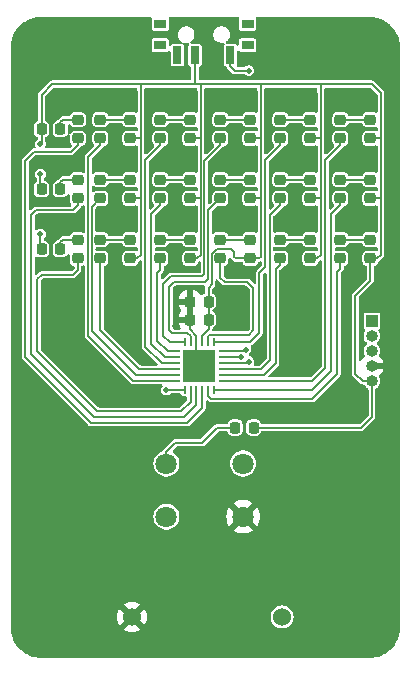
<source format=gtl>
G04 #@! TF.GenerationSoftware,KiCad,Pcbnew,8.0.2*
G04 #@! TF.CreationDate,2024-10-23T21:54:28-05:00*
G04 #@! TF.ProjectId,SAMC21_breakout,53414d43-3231-45f6-9272-65616b6f7574,rev?*
G04 #@! TF.SameCoordinates,Original*
G04 #@! TF.FileFunction,Copper,L1,Top*
G04 #@! TF.FilePolarity,Positive*
%FSLAX46Y46*%
G04 Gerber Fmt 4.6, Leading zero omitted, Abs format (unit mm)*
G04 Created by KiCad (PCBNEW 8.0.2) date 2024-10-23 21:54:28*
%MOMM*%
%LPD*%
G01*
G04 APERTURE LIST*
G04 Aperture macros list*
%AMRoundRect*
0 Rectangle with rounded corners*
0 $1 Rounding radius*
0 $2 $3 $4 $5 $6 $7 $8 $9 X,Y pos of 4 corners*
0 Add a 4 corners polygon primitive as box body*
4,1,4,$2,$3,$4,$5,$6,$7,$8,$9,$2,$3,0*
0 Add four circle primitives for the rounded corners*
1,1,$1+$1,$2,$3*
1,1,$1+$1,$4,$5*
1,1,$1+$1,$6,$7*
1,1,$1+$1,$8,$9*
0 Add four rect primitives between the rounded corners*
20,1,$1+$1,$2,$3,$4,$5,0*
20,1,$1+$1,$4,$5,$6,$7,0*
20,1,$1+$1,$6,$7,$8,$9,0*
20,1,$1+$1,$8,$9,$2,$3,0*%
G04 Aperture macros list end*
G04 #@! TA.AperFunction,SMDPad,CuDef*
%ADD10RoundRect,0.218750X0.218750X0.256250X-0.218750X0.256250X-0.218750X-0.256250X0.218750X-0.256250X0*%
G04 #@! TD*
G04 #@! TA.AperFunction,SMDPad,CuDef*
%ADD11RoundRect,0.218750X-0.218750X-0.256250X0.218750X-0.256250X0.218750X0.256250X-0.218750X0.256250X0*%
G04 #@! TD*
G04 #@! TA.AperFunction,SMDPad,CuDef*
%ADD12RoundRect,0.218750X0.256250X-0.218750X0.256250X0.218750X-0.256250X0.218750X-0.256250X-0.218750X0*%
G04 #@! TD*
G04 #@! TA.AperFunction,SMDPad,CuDef*
%ADD13O,0.250000X0.700000*%
G04 #@! TD*
G04 #@! TA.AperFunction,SMDPad,CuDef*
%ADD14O,0.700000X0.250000*%
G04 #@! TD*
G04 #@! TA.AperFunction,SMDPad,CuDef*
%ADD15R,2.700000X2.700000*%
G04 #@! TD*
G04 #@! TA.AperFunction,ComponentPad*
%ADD16C,1.800000*%
G04 #@! TD*
G04 #@! TA.AperFunction,SMDPad,CuDef*
%ADD17R,0.700000X1.500000*%
G04 #@! TD*
G04 #@! TA.AperFunction,SMDPad,CuDef*
%ADD18R,1.000000X0.800000*%
G04 #@! TD*
G04 #@! TA.AperFunction,ComponentPad*
%ADD19R,1.000000X1.000000*%
G04 #@! TD*
G04 #@! TA.AperFunction,ComponentPad*
%ADD20O,1.000000X1.000000*%
G04 #@! TD*
G04 #@! TA.AperFunction,ComponentPad*
%ADD21C,1.530000*%
G04 #@! TD*
G04 #@! TA.AperFunction,ViaPad*
%ADD22C,0.508000*%
G04 #@! TD*
G04 #@! TA.AperFunction,Conductor*
%ADD23C,0.152400*%
G04 #@! TD*
G04 #@! TA.AperFunction,Conductor*
%ADD24C,0.203200*%
G04 #@! TD*
G04 APERTURE END LIST*
D10*
X99487500Y-98418000D03*
X97912500Y-98418000D03*
D11*
X85339500Y-83813000D03*
X86914500Y-83813000D03*
X85339500Y-88893000D03*
X86914500Y-88893000D03*
D12*
X92858000Y-84600500D03*
X92858000Y-83025500D03*
D13*
X99950000Y-101879000D03*
X99450000Y-101879000D03*
X98950000Y-101879000D03*
X98450000Y-101879000D03*
X97950000Y-101879000D03*
X97450000Y-101879000D03*
D14*
X96700000Y-102629000D03*
X96700000Y-103129000D03*
X96700000Y-103629000D03*
X96700000Y-104129000D03*
X96700000Y-104629000D03*
X96700000Y-105129000D03*
D13*
X97450000Y-105879000D03*
X97950000Y-105879000D03*
X98450000Y-105879000D03*
X98950000Y-105879000D03*
X99450000Y-105879000D03*
X99950000Y-105879000D03*
D14*
X100700000Y-105129000D03*
X100700000Y-104629000D03*
X100700000Y-104129000D03*
X100700000Y-103629000D03*
X100700000Y-103129000D03*
X100700000Y-102629000D03*
D15*
X98700000Y-103879000D03*
D16*
X95906000Y-112134000D03*
X102406000Y-112134000D03*
X95906000Y-116634000D03*
X102406000Y-116634000D03*
D12*
X113178000Y-94760500D03*
X113178000Y-93185500D03*
X97938000Y-89680500D03*
X97938000Y-88105500D03*
D10*
X99487500Y-99942000D03*
X97912500Y-99942000D03*
D17*
X101331000Y-77562000D03*
X98331000Y-77562000D03*
X96831000Y-77562000D03*
D18*
X102781000Y-76712000D03*
X102781000Y-74912000D03*
X95381000Y-76712000D03*
X95381000Y-74912000D03*
D11*
X85339500Y-93973000D03*
X86914500Y-93973000D03*
D12*
X88413000Y-84600500D03*
X88413000Y-83025500D03*
X88413000Y-89680500D03*
X88413000Y-88105500D03*
X88413000Y-94760500D03*
X88413000Y-93185500D03*
X90318000Y-84600500D03*
X90318000Y-83025500D03*
X90318000Y-89680500D03*
X90318000Y-88105500D03*
X90318000Y-94760500D03*
X90318000Y-93185500D03*
X95398000Y-84600500D03*
X95398000Y-83025500D03*
X95398000Y-89680500D03*
X95398000Y-88105500D03*
X95398000Y-94760500D03*
X95398000Y-93185500D03*
X100478000Y-84600500D03*
X100478000Y-83025500D03*
X100478000Y-89680500D03*
X100478000Y-88105500D03*
X100478000Y-94760500D03*
X100478000Y-93185500D03*
X105558000Y-84600500D03*
X105558000Y-83025500D03*
X105558000Y-89680500D03*
X105558000Y-88105500D03*
X105558000Y-94760500D03*
X105558000Y-93185500D03*
X110638000Y-84600500D03*
X110638000Y-83025500D03*
X110638000Y-89680500D03*
X110638000Y-88105500D03*
X110638000Y-94760500D03*
X110638000Y-93185500D03*
D19*
X113305000Y-100069000D03*
D20*
X113305000Y-101339000D03*
X113305000Y-102609000D03*
X113305000Y-103879000D03*
X113305000Y-105149000D03*
D12*
X92858000Y-89680500D03*
X92858000Y-88105500D03*
X92858000Y-94760500D03*
X92858000Y-93185500D03*
X97938000Y-84600500D03*
X97938000Y-83025500D03*
X97938000Y-94760500D03*
X97938000Y-93185500D03*
X103018000Y-84600500D03*
X103018000Y-83025500D03*
X103018000Y-89680500D03*
X103018000Y-88105500D03*
X103018000Y-94760500D03*
X103018000Y-93185500D03*
X108098000Y-84600500D03*
X108098000Y-83025500D03*
X108098000Y-89680500D03*
X108098000Y-88105500D03*
X108098000Y-94760500D03*
X108098000Y-93185500D03*
X113178000Y-84600500D03*
X113178000Y-83025500D03*
X113178000Y-89680500D03*
X113178000Y-88105500D03*
D11*
X101722500Y-109086000D03*
X103297500Y-109086000D03*
D21*
X92998000Y-125128000D03*
X105698000Y-125128000D03*
D22*
X110948000Y-105828000D03*
X114148000Y-106728000D03*
X113998000Y-97328000D03*
X85238000Y-92703000D03*
X85238000Y-87623000D03*
X85238000Y-85083000D03*
X103898000Y-101828000D03*
X96668000Y-100450000D03*
X86398000Y-86728000D03*
X91498000Y-86128000D03*
X109798000Y-80828000D03*
X92798000Y-80628000D03*
X95098000Y-106928000D03*
X99398000Y-80628000D03*
X106898000Y-86228000D03*
X91598000Y-91328000D03*
X104598000Y-80828000D03*
X100798000Y-97728000D03*
X94398000Y-80628000D03*
X93798000Y-103028000D03*
X96698000Y-95428000D03*
X101798000Y-86128000D03*
X105698000Y-96328000D03*
X96898000Y-86128000D03*
X86298000Y-92028000D03*
X101798000Y-95828000D03*
X112898000Y-91328000D03*
X112998000Y-86128000D03*
X102637000Y-102482000D03*
X102256000Y-103117000D03*
X102891000Y-103498000D03*
X95906000Y-105911000D03*
X102891000Y-78860000D03*
D23*
X98827000Y-89655000D02*
X98827000Y-84575000D01*
X97938000Y-94760500D02*
X98513000Y-94760500D01*
X93747000Y-84575000D02*
X93747000Y-80511000D01*
X111908000Y-104514000D02*
X112543000Y-105149000D01*
D24*
X98827000Y-80003000D02*
X103907000Y-80003000D01*
D23*
X103018000Y-94760500D02*
X103754500Y-94760500D01*
X99774390Y-94356446D02*
X100157836Y-93973000D01*
X98801500Y-89680500D02*
X98827000Y-89655000D01*
X108987000Y-89655000D02*
X108987000Y-84575000D01*
X93433000Y-94760500D02*
X93747000Y-94446500D01*
X103907000Y-89655000D02*
X103907000Y-84575000D01*
D24*
X113305000Y-80003000D02*
X114067000Y-80765000D01*
D23*
X108961500Y-89680500D02*
X108987000Y-89655000D01*
D24*
X93747000Y-80511000D02*
X93747000Y-80003000D01*
X98331000Y-79991000D02*
X98319000Y-80003000D01*
X86254000Y-80003000D02*
X85339500Y-80917500D01*
D23*
X108987000Y-84575000D02*
X108987000Y-80638000D01*
D24*
X98950000Y-101325800D02*
X99487500Y-100788300D01*
X85238000Y-92703000D02*
X85238000Y-93871500D01*
D23*
X112416000Y-109086000D02*
X113305000Y-108197000D01*
X108098000Y-94760500D02*
X108673000Y-94760500D01*
X98827000Y-94446500D02*
X98827000Y-89655000D01*
X101621000Y-94608000D02*
X101773500Y-94760500D01*
D24*
X85238000Y-93871500D02*
X85339500Y-93973000D01*
D23*
X92858000Y-84600500D02*
X93721500Y-84600500D01*
X98827000Y-84575000D02*
X98827000Y-80511000D01*
X103881500Y-84600500D02*
X103907000Y-84575000D01*
X97938000Y-89680500D02*
X98801500Y-89680500D01*
X98513000Y-94760500D02*
X98827000Y-94446500D01*
D24*
X98827000Y-80511000D02*
X98827000Y-80130000D01*
D23*
X99487500Y-97249500D02*
X99774390Y-96962610D01*
D24*
X85238000Y-88791500D02*
X85339500Y-88893000D01*
D23*
X113305000Y-108197000D02*
X113305000Y-105149000D01*
X103907000Y-94608000D02*
X103907000Y-89655000D01*
X103754500Y-94760500D02*
X103907000Y-94608000D01*
X99487500Y-98418000D02*
X99487500Y-97249500D01*
X114067000Y-89655000D02*
X114067000Y-84575000D01*
D24*
X98319000Y-80003000D02*
X98827000Y-80003000D01*
D23*
X113178000Y-94760500D02*
X113178000Y-96640000D01*
D24*
X98827000Y-80130000D02*
X98827000Y-80003000D01*
D23*
X103881500Y-89680500D02*
X103907000Y-89655000D01*
X92858000Y-89680500D02*
X93721500Y-89680500D01*
D24*
X99487500Y-99942000D02*
X99487500Y-98418000D01*
D23*
X103018000Y-89680500D02*
X103881500Y-89680500D01*
D24*
X93747000Y-80003000D02*
X86254000Y-80003000D01*
X85339500Y-84981500D02*
X85238000Y-85083000D01*
D23*
X97938000Y-84600500D02*
X98801500Y-84600500D01*
X113753000Y-94760500D02*
X114067000Y-94446500D01*
X93747000Y-89655000D02*
X93747000Y-84575000D01*
X108987000Y-94446500D02*
X108987000Y-89655000D01*
X98801500Y-84600500D02*
X98827000Y-84575000D01*
X100157836Y-93973000D02*
X101367000Y-93973000D01*
X103018000Y-84600500D02*
X103881500Y-84600500D01*
X114041500Y-84600500D02*
X114067000Y-84575000D01*
D24*
X85339500Y-80917500D02*
X85339500Y-83813000D01*
D23*
X101773500Y-94760500D02*
X103018000Y-94760500D01*
D24*
X98331000Y-77562000D02*
X98331000Y-79991000D01*
D23*
X92858000Y-94760500D02*
X93433000Y-94760500D01*
D24*
X85339500Y-83813000D02*
X85339500Y-84981500D01*
D23*
X93747000Y-94446500D02*
X93747000Y-89655000D01*
X113178000Y-89680500D02*
X114041500Y-89680500D01*
X108098000Y-89680500D02*
X108961500Y-89680500D01*
D24*
X108987000Y-80638000D02*
X108987000Y-80003000D01*
D23*
X108961500Y-84600500D02*
X108987000Y-84575000D01*
X113178000Y-96640000D02*
X111908000Y-97910000D01*
X93721500Y-89680500D02*
X93747000Y-89655000D01*
X114067000Y-84575000D02*
X114067000Y-80765000D01*
X114041500Y-89680500D02*
X114067000Y-89655000D01*
X101621000Y-94227000D02*
X101621000Y-94608000D01*
X112543000Y-105149000D02*
X113305000Y-105149000D01*
D24*
X99487500Y-100788300D02*
X99487500Y-99942000D01*
X103907000Y-80511000D02*
X103907000Y-80003000D01*
D23*
X108673000Y-94760500D02*
X108987000Y-94446500D01*
X103907000Y-84575000D02*
X103907000Y-80511000D01*
D24*
X103907000Y-80003000D02*
X108987000Y-80003000D01*
D23*
X114067000Y-94446500D02*
X114067000Y-89655000D01*
X113178000Y-94760500D02*
X113753000Y-94760500D01*
X111908000Y-97910000D02*
X111908000Y-104514000D01*
D24*
X85238000Y-87623000D02*
X85238000Y-88791500D01*
D23*
X99774390Y-96962610D02*
X99774390Y-94356446D01*
X108098000Y-84600500D02*
X108961500Y-84600500D01*
D24*
X98950000Y-101879000D02*
X98950000Y-101325800D01*
X108987000Y-80003000D02*
X113305000Y-80003000D01*
D23*
X113178000Y-84600500D02*
X114041500Y-84600500D01*
D24*
X93747000Y-80003000D02*
X98319000Y-80003000D01*
D23*
X101367000Y-93973000D02*
X101621000Y-94227000D01*
X103297500Y-109086000D02*
X112416000Y-109086000D01*
X93721500Y-84600500D02*
X93747000Y-84575000D01*
D24*
X98450000Y-101325800D02*
X97912500Y-100788300D01*
X97912500Y-100788300D02*
X97912500Y-99942000D01*
X97912500Y-98418000D02*
X97912500Y-99942000D01*
D23*
X98450000Y-102740000D02*
X98700000Y-102990000D01*
D24*
X98450000Y-101879000D02*
X98450000Y-101325800D01*
D23*
X98700000Y-102990000D02*
X98700000Y-103879000D01*
X98450000Y-101879000D02*
X98450000Y-102740000D01*
D24*
X97049000Y-98418000D02*
X96668000Y-98799000D01*
X96668000Y-98799000D02*
X96668000Y-100450000D01*
X97912500Y-98418000D02*
X97049000Y-98418000D01*
D23*
X86914500Y-83238000D02*
X87127000Y-83025500D01*
X86914500Y-83813000D02*
X86914500Y-83238000D01*
X87838000Y-83025500D02*
X88413000Y-83025500D01*
X87127000Y-83025500D02*
X87838000Y-83025500D01*
X87127000Y-88105500D02*
X87838000Y-88105500D01*
X87838000Y-88105500D02*
X88413000Y-88105500D01*
X86914500Y-88893000D02*
X86914500Y-88318000D01*
X86914500Y-88318000D02*
X87127000Y-88105500D01*
X87838000Y-93185500D02*
X88413000Y-93185500D01*
X87127000Y-93185500D02*
X87838000Y-93185500D01*
X86914500Y-93398000D02*
X87127000Y-93185500D01*
X86914500Y-93973000D02*
X86914500Y-93398000D01*
X92858000Y-83025500D02*
X90318000Y-83025500D01*
X92858000Y-88105500D02*
X90318000Y-88105500D01*
X92858000Y-93185500D02*
X90318000Y-93185500D01*
X95398000Y-83025500D02*
X97938000Y-83025500D01*
X95973000Y-88105500D02*
X97938000Y-88105500D01*
X95398000Y-88105500D02*
X95973000Y-88105500D01*
X95398000Y-93185500D02*
X97938000Y-93185500D01*
X101053000Y-83025500D02*
X103018000Y-83025500D01*
X100478000Y-83025500D02*
X101053000Y-83025500D01*
X100478000Y-88105500D02*
X101053000Y-88105500D01*
X101053000Y-88105500D02*
X103018000Y-88105500D01*
X100478000Y-93185500D02*
X103018000Y-93185500D01*
X106133000Y-83025500D02*
X108098000Y-83025500D01*
X105558000Y-83025500D02*
X106133000Y-83025500D01*
X108098000Y-88105500D02*
X107523000Y-88105500D01*
X107523000Y-88105500D02*
X105558000Y-88105500D01*
X105558000Y-93185500D02*
X106133000Y-93185500D01*
X106133000Y-93185500D02*
X108098000Y-93185500D01*
X111213000Y-83025500D02*
X113178000Y-83025500D01*
X110638000Y-83025500D02*
X111213000Y-83025500D01*
X113178000Y-88105500D02*
X110638000Y-88105500D01*
X110638000Y-93185500D02*
X113178000Y-93185500D01*
X88413000Y-85138000D02*
X87833000Y-85718000D01*
X87833000Y-85718000D02*
X84730000Y-85718000D01*
X83968000Y-103117000D02*
X89556000Y-108705000D01*
X84730000Y-85718000D02*
X83968000Y-86480000D01*
X98950000Y-107439000D02*
X98950000Y-105879000D01*
X89556000Y-108705000D02*
X97684000Y-108705000D01*
X83968000Y-86480000D02*
X83968000Y-103117000D01*
X97684000Y-108705000D02*
X98950000Y-107439000D01*
X88413000Y-84600500D02*
X88413000Y-85138000D01*
X89810000Y-108197000D02*
X97430000Y-108197000D01*
X88413000Y-90218000D02*
X87960000Y-90671000D01*
X97430000Y-108197000D02*
X98450000Y-107177000D01*
X98450000Y-107177000D02*
X98450000Y-105879000D01*
X87960000Y-90671000D02*
X84857000Y-90671000D01*
X88413000Y-89680500D02*
X88413000Y-90218000D01*
X84476000Y-102863000D02*
X89810000Y-108197000D01*
X84476000Y-91052000D02*
X84476000Y-102863000D01*
X84857000Y-90671000D02*
X84476000Y-91052000D01*
X90064000Y-107689000D02*
X97176000Y-107689000D01*
X85365000Y-96132000D02*
X84984000Y-96513000D01*
X84984000Y-96513000D02*
X84984000Y-102609000D01*
X88413000Y-94760500D02*
X88413000Y-95751000D01*
X97176000Y-107689000D02*
X97950000Y-106915000D01*
X88032000Y-96132000D02*
X85365000Y-96132000D01*
X84984000Y-102609000D02*
X90064000Y-107689000D01*
X88413000Y-95751000D02*
X88032000Y-96132000D01*
X97950000Y-106915000D02*
X97950000Y-105879000D01*
X90318000Y-85138000D02*
X89302000Y-86154000D01*
X89302000Y-86154000D02*
X89302000Y-101339000D01*
X90318000Y-84600500D02*
X90318000Y-85138000D01*
X89302000Y-101339000D02*
X93092000Y-105129000D01*
X96197600Y-105129000D02*
X96700000Y-105129000D01*
X93092000Y-105129000D02*
X96197600Y-105129000D01*
X89614390Y-100889390D02*
X93354000Y-104629000D01*
X93354000Y-104629000D02*
X96700000Y-104629000D01*
X89614390Y-90384110D02*
X89614390Y-100889390D01*
X90318000Y-89680500D02*
X89614390Y-90384110D01*
X90318000Y-100831000D02*
X93616000Y-104129000D01*
X90318000Y-94760500D02*
X90318000Y-100831000D01*
X93616000Y-104129000D02*
X96197600Y-104129000D01*
X96197600Y-104129000D02*
X96700000Y-104129000D01*
X95529000Y-103629000D02*
X96700000Y-103629000D01*
X94128000Y-96386000D02*
X94128000Y-102228000D01*
X95398000Y-84600500D02*
X95398000Y-85138000D01*
X94128000Y-86408000D02*
X94128000Y-96386000D01*
X95398000Y-85138000D02*
X94128000Y-86408000D01*
X94128000Y-102228000D02*
X95529000Y-103629000D01*
X94128000Y-96386000D02*
X94128000Y-96513000D01*
X95791000Y-103129000D02*
X96700000Y-103129000D01*
X94636000Y-90980000D02*
X94636000Y-101974000D01*
X95398000Y-90218000D02*
X94636000Y-90980000D01*
X95398000Y-89680500D02*
X95398000Y-90218000D01*
X94636000Y-101974000D02*
X95791000Y-103129000D01*
X95398000Y-95751000D02*
X95398000Y-94760500D01*
X95398000Y-94760500D02*
X95144000Y-95014500D01*
X95144000Y-101720000D02*
X95144000Y-96005000D01*
X96053000Y-102629000D02*
X96700000Y-102629000D01*
X95144000Y-101720000D02*
X96053000Y-102629000D01*
X95144000Y-96005000D02*
X95398000Y-95751000D01*
X100478000Y-84600500D02*
X100478000Y-85138000D01*
X95652000Y-101339000D02*
X96192000Y-101879000D01*
X96287000Y-96259000D02*
X95652000Y-96894000D01*
X95652000Y-96894000D02*
X95652000Y-101339000D01*
X99131810Y-86484190D02*
X99131810Y-96081190D01*
X100478000Y-85138000D02*
X99131810Y-86484190D01*
X99131810Y-96081190D02*
X98954000Y-96259000D01*
X96192000Y-101879000D02*
X97450000Y-101879000D01*
X98954000Y-96259000D02*
X96287000Y-96259000D01*
X97950000Y-101376600D02*
X97950000Y-101879000D01*
X99208000Y-96767000D02*
X96541000Y-96767000D01*
X96160000Y-100831000D02*
X96414000Y-101085000D01*
X99462000Y-90696500D02*
X99462000Y-96513000D01*
X96160000Y-97148000D02*
X96160000Y-100831000D01*
X99462000Y-96513000D02*
X99208000Y-96767000D01*
X100478000Y-89680500D02*
X99462000Y-90696500D01*
X96414000Y-101085000D02*
X97658400Y-101085000D01*
X97658400Y-101085000D02*
X97950000Y-101376600D01*
X96541000Y-96767000D02*
X96160000Y-97148000D01*
X99614600Y-101212000D02*
X102891000Y-101212000D01*
X100478000Y-95298000D02*
X100478000Y-94760500D01*
X100859000Y-96767000D02*
X100478000Y-96386000D01*
X99450000Y-101879000D02*
X99450000Y-101376600D01*
X99450000Y-101376600D02*
X99614600Y-101212000D01*
X102891000Y-101212000D02*
X103272000Y-100831000D01*
X102764000Y-96767000D02*
X100859000Y-96767000D01*
X103272000Y-100831000D02*
X103272000Y-97275000D01*
X103272000Y-97275000D02*
X102764000Y-96767000D01*
X100478000Y-96386000D02*
X100478000Y-95298000D01*
X105558000Y-85138000D02*
X105558000Y-84600500D01*
D24*
X99982000Y-101847000D02*
X99950000Y-101879000D01*
D23*
X102986000Y-101879000D02*
X103780000Y-101085000D01*
X104288000Y-95497000D02*
X104288000Y-86408000D01*
X104288000Y-86408000D02*
X105558000Y-85138000D01*
X99950000Y-101879000D02*
X102986000Y-101879000D01*
X103780000Y-101085000D02*
X103780000Y-96005000D01*
X103780000Y-96005000D02*
X104288000Y-95497000D01*
X103911000Y-104129000D02*
X100700000Y-104129000D01*
X104669000Y-103371000D02*
X103911000Y-104129000D01*
X105558000Y-89680500D02*
X105558000Y-90218000D01*
X105558000Y-90218000D02*
X104669000Y-91107000D01*
X104669000Y-91107000D02*
X104669000Y-103371000D01*
X104173000Y-104629000D02*
X105177000Y-103625000D01*
X105558000Y-95298000D02*
X105558000Y-94760500D01*
X105177000Y-95679000D02*
X105558000Y-95298000D01*
X105177000Y-103625000D02*
X105177000Y-95679000D01*
X100700000Y-104629000D02*
X104173000Y-104629000D01*
X110638000Y-84600500D02*
X110638000Y-85138000D01*
X109368000Y-104006000D02*
X108245000Y-105129000D01*
X108245000Y-105129000D02*
X100700000Y-105129000D01*
X109368000Y-86408000D02*
X109368000Y-104006000D01*
X110638000Y-85138000D02*
X109368000Y-86408000D01*
X109876000Y-104260000D02*
X108257000Y-105879000D01*
X110638000Y-89680500D02*
X110638000Y-90218000D01*
X100227400Y-105879000D02*
X99950000Y-105879000D01*
X110638000Y-90218000D02*
X109876000Y-90980000D01*
X109876000Y-90980000D02*
X109876000Y-104260000D01*
X108257000Y-105879000D02*
X100227400Y-105879000D01*
X108225000Y-106673000D02*
X110384000Y-104514000D01*
X110638000Y-95624000D02*
X110638000Y-94760500D01*
X99450000Y-106407000D02*
X99716000Y-106673000D01*
X99450000Y-105879000D02*
X99450000Y-106407000D01*
X110384000Y-104514000D02*
X110384000Y-95878000D01*
X110384000Y-95878000D02*
X110638000Y-95624000D01*
X99716000Y-106673000D02*
X108225000Y-106673000D01*
X102490000Y-102629000D02*
X102637000Y-102482000D01*
X100700000Y-102629000D02*
X102490000Y-102629000D01*
X100700000Y-103129000D02*
X102244000Y-103129000D01*
X102244000Y-103129000D02*
X102256000Y-103117000D01*
X102633000Y-103629000D02*
X100700000Y-103629000D01*
X102891000Y-103498000D02*
X102633000Y-103629000D01*
X95938000Y-105879000D02*
X95906000Y-105911000D01*
D24*
X95906000Y-112134000D02*
X95906000Y-111118000D01*
X100224000Y-109086000D02*
X101722500Y-109086000D01*
X96668000Y-110356000D02*
X98954000Y-110356000D01*
D23*
X97450000Y-105879000D02*
X95938000Y-105879000D01*
D24*
X95906000Y-111118000D02*
X96668000Y-110356000D01*
X98954000Y-110356000D02*
X100224000Y-109086000D01*
X101331000Y-78515200D02*
X101331000Y-77562000D01*
X101675800Y-78860000D02*
X101331000Y-78515200D01*
X102891000Y-78860000D02*
X101675800Y-78860000D01*
G04 #@! TA.AperFunction,Conductor*
G36*
X88974458Y-95380533D02*
G01*
X89015365Y-95438560D01*
X89022100Y-95479204D01*
X89022100Y-101375853D01*
X89041174Y-101447036D01*
X89041175Y-101447038D01*
X89078021Y-101510858D01*
X89078029Y-101510868D01*
X92920130Y-105352970D01*
X92920135Y-105352974D01*
X92920137Y-105352976D01*
X92920138Y-105352977D01*
X92920140Y-105352978D01*
X92983958Y-105389823D01*
X92983959Y-105389823D01*
X92983962Y-105389825D01*
X92992173Y-105392025D01*
X93055150Y-105408900D01*
X95459546Y-105408900D01*
X95527667Y-105428902D01*
X95574160Y-105482558D01*
X95584264Y-105552832D01*
X95554770Y-105617412D01*
X95554770Y-105617413D01*
X95516999Y-105661002D01*
X95462324Y-105780724D01*
X95462322Y-105780731D01*
X95443593Y-105910996D01*
X95443593Y-105911003D01*
X95462322Y-106041268D01*
X95462324Y-106041275D01*
X95516998Y-106160996D01*
X95603188Y-106260464D01*
X95713909Y-106331620D01*
X95840193Y-106368700D01*
X95971807Y-106368700D01*
X96098091Y-106331620D01*
X96208812Y-106260464D01*
X96259136Y-106202386D01*
X96318862Y-106164004D01*
X96354360Y-106158900D01*
X97029699Y-106158900D01*
X97097820Y-106178902D01*
X97137628Y-106224843D01*
X97139572Y-106223722D01*
X97186970Y-106305819D01*
X97186980Y-106305832D01*
X97248167Y-106367019D01*
X97248171Y-106367022D01*
X97248174Y-106367025D01*
X97248177Y-106367026D01*
X97248180Y-106367029D01*
X97293337Y-106393100D01*
X97323127Y-106410299D01*
X97406726Y-106432700D01*
X97493274Y-106432700D01*
X97511485Y-106427820D01*
X97582460Y-106429506D01*
X97641258Y-106469298D01*
X97669208Y-106534561D01*
X97670100Y-106549525D01*
X97670100Y-106746870D01*
X97650098Y-106814991D01*
X97633196Y-106835965D01*
X97096967Y-107372195D01*
X97034654Y-107406220D01*
X97007871Y-107409100D01*
X90232128Y-107409100D01*
X90164007Y-107389098D01*
X90143033Y-107372195D01*
X85300805Y-102529967D01*
X85266779Y-102467655D01*
X85263900Y-102440872D01*
X85263900Y-96681129D01*
X85283902Y-96613008D01*
X85300805Y-96592033D01*
X85444035Y-96448804D01*
X85506347Y-96414779D01*
X85533130Y-96411900D01*
X88068850Y-96411900D01*
X88140037Y-96392825D01*
X88203862Y-96355976D01*
X88636976Y-95922863D01*
X88673825Y-95859038D01*
X88680765Y-95833138D01*
X88684187Y-95820366D01*
X88684187Y-95820364D01*
X88692900Y-95787850D01*
X88692900Y-95510833D01*
X88712902Y-95442712D01*
X88766558Y-95396219D01*
X88799189Y-95386385D01*
X88801422Y-95386032D01*
X88838896Y-95366937D01*
X88908673Y-95353833D01*
X88974458Y-95380533D01*
G37*
G04 #@! TD.AperFunction*
G04 #@! TA.AperFunction,Conductor*
G36*
X107389688Y-93485402D02*
G01*
X107433834Y-93534197D01*
X107478967Y-93622775D01*
X107495720Y-93655655D01*
X107590345Y-93750280D01*
X107709578Y-93811032D01*
X107808502Y-93826700D01*
X107808505Y-93826700D01*
X108387495Y-93826700D01*
X108387498Y-93826700D01*
X108486422Y-93811032D01*
X108523896Y-93791937D01*
X108593673Y-93778833D01*
X108659458Y-93805533D01*
X108700365Y-93863560D01*
X108707100Y-93904204D01*
X108707100Y-94041795D01*
X108687098Y-94109916D01*
X108633442Y-94156409D01*
X108563168Y-94166513D01*
X108523898Y-94154062D01*
X108486425Y-94134969D01*
X108486423Y-94134968D01*
X108486422Y-94134968D01*
X108387498Y-94119300D01*
X107808502Y-94119300D01*
X107709578Y-94134968D01*
X107709576Y-94134968D01*
X107709576Y-94134969D01*
X107590345Y-94195719D01*
X107495719Y-94290345D01*
X107459504Y-94361423D01*
X107434968Y-94409578D01*
X107419300Y-94508502D01*
X107419300Y-95012498D01*
X107434968Y-95111422D01*
X107465344Y-95171038D01*
X107495718Y-95230653D01*
X107495720Y-95230655D01*
X107590345Y-95325280D01*
X107709578Y-95386032D01*
X107808502Y-95401700D01*
X107808505Y-95401700D01*
X108387495Y-95401700D01*
X108387498Y-95401700D01*
X108486422Y-95386032D01*
X108605655Y-95325280D01*
X108700280Y-95230655D01*
X108761032Y-95111422D01*
X108765322Y-95084332D01*
X108795732Y-95020179D01*
X108826769Y-94994921D01*
X108844862Y-94984476D01*
X108873005Y-94956332D01*
X108935315Y-94922308D01*
X109006131Y-94927372D01*
X109062967Y-94969918D01*
X109087779Y-95036437D01*
X109088100Y-95045428D01*
X109088100Y-103837872D01*
X109068098Y-103905993D01*
X109051195Y-103926967D01*
X108165967Y-104812195D01*
X108103655Y-104846221D01*
X108076872Y-104849100D01*
X104652928Y-104849100D01*
X104584807Y-104829098D01*
X104538314Y-104775442D01*
X104528210Y-104705168D01*
X104557704Y-104640588D01*
X104563816Y-104634021D01*
X105400976Y-103796863D01*
X105437825Y-103733038D01*
X105445293Y-103705168D01*
X105451595Y-103681650D01*
X105451595Y-103681647D01*
X105456900Y-103661850D01*
X105456900Y-95847129D01*
X105476902Y-95779008D01*
X105493805Y-95758033D01*
X105616777Y-95635061D01*
X105781976Y-95469863D01*
X105788644Y-95458312D01*
X105840022Y-95409318D01*
X105878047Y-95396861D01*
X105946422Y-95386032D01*
X106065655Y-95325280D01*
X106160280Y-95230655D01*
X106221032Y-95111422D01*
X106236700Y-95012498D01*
X106236700Y-94508502D01*
X106221032Y-94409578D01*
X106160280Y-94290345D01*
X106065655Y-94195720D01*
X106065654Y-94195719D01*
X106006038Y-94165344D01*
X105946422Y-94134968D01*
X105847498Y-94119300D01*
X105268502Y-94119300D01*
X105169578Y-94134968D01*
X105169576Y-94134968D01*
X105169574Y-94134969D01*
X105132102Y-94154062D01*
X105062325Y-94167166D01*
X104996540Y-94140465D01*
X104955635Y-94082437D01*
X104948900Y-94041795D01*
X104948900Y-93904204D01*
X104968902Y-93836083D01*
X105022558Y-93789590D01*
X105092832Y-93779486D01*
X105132103Y-93791937D01*
X105169578Y-93811032D01*
X105268502Y-93826700D01*
X105268505Y-93826700D01*
X105847495Y-93826700D01*
X105847498Y-93826700D01*
X105946422Y-93811032D01*
X106065655Y-93750280D01*
X106160280Y-93655655D01*
X106211434Y-93555259D01*
X106222166Y-93534197D01*
X106270915Y-93482582D01*
X106334433Y-93465400D01*
X107321567Y-93465400D01*
X107389688Y-93485402D01*
G37*
G04 #@! TD.AperFunction*
G04 #@! TA.AperFunction,Conductor*
G36*
X92149688Y-93485402D02*
G01*
X92193834Y-93534197D01*
X92238967Y-93622775D01*
X92255720Y-93655655D01*
X92350345Y-93750280D01*
X92469578Y-93811032D01*
X92568502Y-93826700D01*
X92568505Y-93826700D01*
X93147495Y-93826700D01*
X93147498Y-93826700D01*
X93246422Y-93811032D01*
X93283896Y-93791937D01*
X93353673Y-93778833D01*
X93419458Y-93805533D01*
X93460365Y-93863560D01*
X93467100Y-93904204D01*
X93467100Y-94041795D01*
X93447098Y-94109916D01*
X93393442Y-94156409D01*
X93323168Y-94166513D01*
X93283898Y-94154062D01*
X93246425Y-94134969D01*
X93246423Y-94134968D01*
X93246422Y-94134968D01*
X93147498Y-94119300D01*
X92568502Y-94119300D01*
X92469578Y-94134968D01*
X92469576Y-94134968D01*
X92469576Y-94134969D01*
X92350345Y-94195719D01*
X92255719Y-94290345D01*
X92219504Y-94361423D01*
X92194968Y-94409578D01*
X92179300Y-94508502D01*
X92179300Y-95012498D01*
X92194968Y-95111422D01*
X92225344Y-95171038D01*
X92255718Y-95230653D01*
X92255720Y-95230655D01*
X92350345Y-95325280D01*
X92469578Y-95386032D01*
X92568502Y-95401700D01*
X92568505Y-95401700D01*
X93147495Y-95401700D01*
X93147498Y-95401700D01*
X93246422Y-95386032D01*
X93365655Y-95325280D01*
X93460280Y-95230655D01*
X93521032Y-95111422D01*
X93525322Y-95084332D01*
X93555732Y-95020179D01*
X93586769Y-94994921D01*
X93604862Y-94984476D01*
X93633005Y-94956332D01*
X93695315Y-94922308D01*
X93766131Y-94927372D01*
X93822967Y-94969918D01*
X93847779Y-95036437D01*
X93848100Y-95045428D01*
X93848100Y-102264853D01*
X93867174Y-102336036D01*
X93867175Y-102336038D01*
X93904021Y-102399858D01*
X93904029Y-102399868D01*
X95138167Y-103634005D01*
X95172192Y-103696317D01*
X95167128Y-103767132D01*
X95124581Y-103823968D01*
X95058061Y-103848779D01*
X95049072Y-103849100D01*
X93784129Y-103849100D01*
X93716008Y-103829098D01*
X93695034Y-103812195D01*
X90634805Y-100751966D01*
X90600779Y-100689654D01*
X90597900Y-100662871D01*
X90597900Y-95510833D01*
X90617902Y-95442712D01*
X90671558Y-95396219D01*
X90704189Y-95386385D01*
X90706422Y-95386032D01*
X90825655Y-95325280D01*
X90920280Y-95230655D01*
X90981032Y-95111422D01*
X90996700Y-95012498D01*
X90996700Y-94508502D01*
X90981032Y-94409578D01*
X90920280Y-94290345D01*
X90825655Y-94195720D01*
X90825654Y-94195719D01*
X90766038Y-94165344D01*
X90706422Y-94134968D01*
X90607498Y-94119300D01*
X90028502Y-94119300D01*
X90023551Y-94119300D01*
X90023551Y-94117782D01*
X89960674Y-94104560D01*
X89910124Y-94054708D01*
X89894290Y-93993556D01*
X89894290Y-93952443D01*
X89914292Y-93884322D01*
X89967948Y-93837829D01*
X90023551Y-93828004D01*
X90023551Y-93826700D01*
X90607495Y-93826700D01*
X90607498Y-93826700D01*
X90706422Y-93811032D01*
X90825655Y-93750280D01*
X90920280Y-93655655D01*
X90971434Y-93555259D01*
X90982166Y-93534197D01*
X91030915Y-93482582D01*
X91094433Y-93465400D01*
X92081567Y-93465400D01*
X92149688Y-93485402D01*
G37*
G04 #@! TD.AperFunction*
G04 #@! TA.AperFunction,Conductor*
G36*
X104307132Y-95977872D02*
G01*
X104363968Y-96020419D01*
X104388779Y-96086939D01*
X104389100Y-96095928D01*
X104389100Y-103202872D01*
X104369098Y-103270993D01*
X104352195Y-103291967D01*
X103831967Y-103812195D01*
X103769655Y-103846221D01*
X103742872Y-103849100D01*
X103429888Y-103849100D01*
X103361767Y-103829098D01*
X103315274Y-103775442D01*
X103305170Y-103705168D01*
X103315275Y-103670757D01*
X103319343Y-103661849D01*
X103334676Y-103628275D01*
X103342171Y-103576149D01*
X103353407Y-103498003D01*
X103353407Y-103497996D01*
X103334677Y-103367731D01*
X103334676Y-103367730D01*
X103334676Y-103367725D01*
X103280002Y-103248004D01*
X103193812Y-103148536D01*
X103193811Y-103148535D01*
X103132014Y-103108821D01*
X103083091Y-103077380D01*
X103069846Y-103073491D01*
X102985507Y-103048727D01*
X102925781Y-103010344D01*
X102896288Y-102945763D01*
X102906391Y-102875489D01*
X102934117Y-102838452D01*
X102933911Y-102838274D01*
X102936413Y-102835385D01*
X102938497Y-102832603D01*
X102939803Y-102831469D01*
X102939812Y-102831464D01*
X103026002Y-102731996D01*
X103080676Y-102612275D01*
X103084493Y-102585726D01*
X103099407Y-102482003D01*
X103099407Y-102481996D01*
X103080677Y-102351731D01*
X103080676Y-102351730D01*
X103080676Y-102351725D01*
X103054465Y-102294332D01*
X103044363Y-102224059D01*
X103073856Y-102159478D01*
X103106079Y-102132872D01*
X103157862Y-102102976D01*
X104003976Y-101256862D01*
X104040825Y-101193037D01*
X104059900Y-101121850D01*
X104059900Y-101048150D01*
X104059900Y-96173128D01*
X104079902Y-96105007D01*
X104096805Y-96084033D01*
X104174005Y-96006833D01*
X104236317Y-95972807D01*
X104307132Y-95977872D01*
G37*
G04 #@! TD.AperFunction*
G04 #@! TA.AperFunction,Conductor*
G36*
X100262802Y-96567095D02*
G01*
X100269385Y-96573223D01*
X100687137Y-96990976D01*
X100687138Y-96990977D01*
X100687140Y-96990978D01*
X100750958Y-97027823D01*
X100750960Y-97027824D01*
X100750962Y-97027825D01*
X100761535Y-97030657D01*
X100766009Y-97031856D01*
X100766019Y-97031858D01*
X100822150Y-97046900D01*
X102595872Y-97046900D01*
X102663993Y-97066902D01*
X102684967Y-97083805D01*
X102955195Y-97354033D01*
X102989221Y-97416345D01*
X102992100Y-97443128D01*
X102992100Y-100662870D01*
X102972098Y-100730991D01*
X102955196Y-100751965D01*
X102811967Y-100895195D01*
X102749655Y-100929220D01*
X102722871Y-100932100D01*
X99918800Y-100932100D01*
X99850679Y-100912098D01*
X99804186Y-100858442D01*
X99792800Y-100806100D01*
X99792800Y-100705490D01*
X99812802Y-100637369D01*
X99861597Y-100593223D01*
X99957655Y-100544280D01*
X100052280Y-100449655D01*
X100113032Y-100330422D01*
X100128700Y-100231498D01*
X100128700Y-99652502D01*
X100113032Y-99553578D01*
X100052280Y-99434345D01*
X99957655Y-99339720D01*
X99957654Y-99339719D01*
X99908563Y-99314706D01*
X99864520Y-99292266D01*
X99812907Y-99243519D01*
X99795841Y-99174604D01*
X99818742Y-99107402D01*
X99864520Y-99067734D01*
X99957655Y-99020280D01*
X100052280Y-98925655D01*
X100113032Y-98806422D01*
X100128700Y-98707498D01*
X100128700Y-98128502D01*
X100113032Y-98029578D01*
X100052280Y-97910345D01*
X99957655Y-97815720D01*
X99930651Y-97801961D01*
X99836197Y-97753834D01*
X99784582Y-97705085D01*
X99767400Y-97641567D01*
X99767400Y-97417628D01*
X99787402Y-97349507D01*
X99804300Y-97328537D01*
X99998366Y-97134472D01*
X100035215Y-97070647D01*
X100054290Y-96999460D01*
X100054290Y-96925760D01*
X100054290Y-96662319D01*
X100074292Y-96594198D01*
X100127948Y-96547705D01*
X100198222Y-96537601D01*
X100262802Y-96567095D01*
G37*
G04 #@! TD.AperFunction*
G04 #@! TA.AperFunction,Conductor*
G36*
X99155927Y-97066902D02*
G01*
X99202420Y-97120558D01*
X99212524Y-97190832D01*
X99209513Y-97205511D01*
X99207600Y-97212650D01*
X99207600Y-97641567D01*
X99187598Y-97709688D01*
X99138803Y-97753834D01*
X99017346Y-97815719D01*
X99017342Y-97815722D01*
X98978087Y-97854977D01*
X98915775Y-97889002D01*
X98844959Y-97883936D01*
X98788124Y-97841389D01*
X98781752Y-97832028D01*
X98705204Y-97707925D01*
X98705199Y-97707919D01*
X98585080Y-97587800D01*
X98585074Y-97587795D01*
X98440479Y-97498607D01*
X98279210Y-97445169D01*
X98279206Y-97445168D01*
X98179681Y-97435000D01*
X98166500Y-97435000D01*
X98166500Y-100070000D01*
X98146498Y-100138121D01*
X98092842Y-100184614D01*
X98040500Y-100196000D01*
X96967001Y-100196000D01*
X96967001Y-100246673D01*
X96977168Y-100346208D01*
X97030607Y-100507478D01*
X97095665Y-100612953D01*
X97114402Y-100681432D01*
X97093143Y-100749171D01*
X97038636Y-100794663D01*
X96988424Y-100805100D01*
X96582128Y-100805100D01*
X96514007Y-100785098D01*
X96493033Y-100768195D01*
X96476805Y-100751967D01*
X96442779Y-100689655D01*
X96439900Y-100662872D01*
X96439900Y-99637318D01*
X96967000Y-99637318D01*
X96967000Y-99688000D01*
X97658500Y-99688000D01*
X97658500Y-98672000D01*
X96967001Y-98672000D01*
X96967001Y-98722673D01*
X96977168Y-98822208D01*
X97030607Y-98983478D01*
X97111023Y-99113853D01*
X97129760Y-99182333D01*
X97111023Y-99246147D01*
X97030607Y-99376520D01*
X96977169Y-99537789D01*
X96977168Y-99537793D01*
X96967000Y-99637318D01*
X96439900Y-99637318D01*
X96439900Y-98113318D01*
X96967000Y-98113318D01*
X96967000Y-98164000D01*
X97658500Y-98164000D01*
X97658500Y-97435000D01*
X97658499Y-97434999D01*
X97645335Y-97435000D01*
X97545792Y-97445168D01*
X97384521Y-97498607D01*
X97239925Y-97587795D01*
X97239919Y-97587800D01*
X97119800Y-97707919D01*
X97119795Y-97707925D01*
X97030607Y-97852520D01*
X96977169Y-98013789D01*
X96977168Y-98013793D01*
X96967000Y-98113318D01*
X96439900Y-98113318D01*
X96439900Y-97316129D01*
X96459902Y-97248008D01*
X96476805Y-97227033D01*
X96620035Y-97083804D01*
X96682347Y-97049779D01*
X96709130Y-97046900D01*
X99087806Y-97046900D01*
X99155927Y-97066902D01*
G37*
G04 #@! TD.AperFunction*
G04 #@! TA.AperFunction,Conductor*
G36*
X101365212Y-94738623D02*
G01*
X101391819Y-94770847D01*
X101397021Y-94779858D01*
X101397022Y-94779859D01*
X101397024Y-94779862D01*
X101549524Y-94932362D01*
X101601638Y-94984476D01*
X101665463Y-95021325D01*
X101736650Y-95040400D01*
X102241567Y-95040400D01*
X102309688Y-95060402D01*
X102353834Y-95109197D01*
X102363630Y-95128423D01*
X102415720Y-95230655D01*
X102510345Y-95325280D01*
X102629578Y-95386032D01*
X102728502Y-95401700D01*
X102728505Y-95401700D01*
X103307495Y-95401700D01*
X103307498Y-95401700D01*
X103406422Y-95386032D01*
X103525655Y-95325280D01*
X103620280Y-95230655D01*
X103672370Y-95128423D01*
X103682166Y-95109197D01*
X103730915Y-95057582D01*
X103783412Y-95043381D01*
X103783162Y-95041478D01*
X103791345Y-95040400D01*
X103791350Y-95040400D01*
X103809300Y-95035590D01*
X103849488Y-95024822D01*
X103920464Y-95026511D01*
X103979260Y-95066304D01*
X104007209Y-95131568D01*
X104008100Y-95146528D01*
X104008100Y-95328870D01*
X103988098Y-95396991D01*
X103971196Y-95417965D01*
X103608138Y-95781024D01*
X103608137Y-95781024D01*
X103556029Y-95833131D01*
X103556021Y-95833141D01*
X103519175Y-95896961D01*
X103519174Y-95896963D01*
X103500100Y-95968146D01*
X103500100Y-96803070D01*
X103480098Y-96871191D01*
X103426442Y-96917684D01*
X103356168Y-96927788D01*
X103291588Y-96898294D01*
X103285005Y-96892166D01*
X102935864Y-96543026D01*
X102935858Y-96543021D01*
X102872038Y-96506175D01*
X102872036Y-96506174D01*
X102800853Y-96487100D01*
X102800850Y-96487100D01*
X101027129Y-96487100D01*
X100959008Y-96467098D01*
X100938034Y-96450195D01*
X100794805Y-96306966D01*
X100760779Y-96244654D01*
X100757900Y-96217871D01*
X100757900Y-95510833D01*
X100777902Y-95442712D01*
X100831558Y-95396219D01*
X100864189Y-95386385D01*
X100866422Y-95386032D01*
X100985655Y-95325280D01*
X101080280Y-95230655D01*
X101141032Y-95111422D01*
X101156700Y-95012498D01*
X101156700Y-94833847D01*
X101176702Y-94765726D01*
X101230358Y-94719233D01*
X101300632Y-94709129D01*
X101365212Y-94738623D01*
G37*
G04 #@! TD.AperFunction*
G04 #@! TA.AperFunction,Conductor*
G36*
X97229688Y-93485402D02*
G01*
X97273834Y-93534197D01*
X97318967Y-93622775D01*
X97335720Y-93655655D01*
X97430345Y-93750280D01*
X97549578Y-93811032D01*
X97648502Y-93826700D01*
X97648505Y-93826700D01*
X98227495Y-93826700D01*
X98227498Y-93826700D01*
X98326422Y-93811032D01*
X98363896Y-93791937D01*
X98433673Y-93778833D01*
X98499458Y-93805533D01*
X98540365Y-93863560D01*
X98547100Y-93904204D01*
X98547100Y-94041795D01*
X98527098Y-94109916D01*
X98473442Y-94156409D01*
X98403168Y-94166513D01*
X98363898Y-94154062D01*
X98326425Y-94134969D01*
X98326423Y-94134968D01*
X98326422Y-94134968D01*
X98227498Y-94119300D01*
X97648502Y-94119300D01*
X97549578Y-94134968D01*
X97549576Y-94134968D01*
X97549576Y-94134969D01*
X97430345Y-94195719D01*
X97335719Y-94290345D01*
X97299504Y-94361423D01*
X97274968Y-94409578D01*
X97259300Y-94508502D01*
X97259300Y-95012498D01*
X97274968Y-95111422D01*
X97305344Y-95171038D01*
X97335718Y-95230653D01*
X97335720Y-95230655D01*
X97430345Y-95325280D01*
X97549578Y-95386032D01*
X97648502Y-95401700D01*
X97648505Y-95401700D01*
X98227495Y-95401700D01*
X98227498Y-95401700D01*
X98326422Y-95386032D01*
X98445655Y-95325280D01*
X98540280Y-95230655D01*
X98601032Y-95111422D01*
X98601259Y-95109987D01*
X98601461Y-95108715D01*
X98602894Y-95105691D01*
X98604097Y-95101990D01*
X98604575Y-95102145D01*
X98631872Y-95044561D01*
X98692139Y-95007033D01*
X98763128Y-95008045D01*
X98822301Y-95047277D01*
X98850870Y-95112271D01*
X98851910Y-95128423D01*
X98851910Y-95853100D01*
X98831908Y-95921221D01*
X98778252Y-95967714D01*
X98725910Y-95979100D01*
X96250146Y-95979100D01*
X96178963Y-95998174D01*
X96178961Y-95998175D01*
X96115141Y-96035021D01*
X96115131Y-96035029D01*
X95638995Y-96511166D01*
X95576683Y-96545192D01*
X95505868Y-96540127D01*
X95449032Y-96497580D01*
X95424221Y-96431060D01*
X95423900Y-96422071D01*
X95423900Y-96173128D01*
X95443902Y-96105007D01*
X95460800Y-96084037D01*
X95621976Y-95922862D01*
X95658825Y-95859038D01*
X95677900Y-95787850D01*
X95677900Y-95714150D01*
X95677900Y-95510833D01*
X95697902Y-95442712D01*
X95751558Y-95396219D01*
X95784189Y-95386385D01*
X95786422Y-95386032D01*
X95905655Y-95325280D01*
X96000280Y-95230655D01*
X96061032Y-95111422D01*
X96076700Y-95012498D01*
X96076700Y-94508502D01*
X96061032Y-94409578D01*
X96000280Y-94290345D01*
X95905655Y-94195720D01*
X95905654Y-94195719D01*
X95846038Y-94165344D01*
X95786422Y-94134968D01*
X95687498Y-94119300D01*
X95108502Y-94119300D01*
X95061610Y-94126727D01*
X94991199Y-94117627D01*
X94936885Y-94071905D01*
X94915913Y-94004076D01*
X94915900Y-94002278D01*
X94915900Y-93943721D01*
X94935902Y-93875600D01*
X94989558Y-93829107D01*
X95059832Y-93819003D01*
X95061557Y-93819264D01*
X95086688Y-93823245D01*
X95108500Y-93826700D01*
X95108502Y-93826700D01*
X95687495Y-93826700D01*
X95687498Y-93826700D01*
X95786422Y-93811032D01*
X95905655Y-93750280D01*
X96000280Y-93655655D01*
X96051434Y-93555259D01*
X96062166Y-93534197D01*
X96110915Y-93482582D01*
X96174433Y-93465400D01*
X97161567Y-93465400D01*
X97229688Y-93485402D01*
G37*
G04 #@! TD.AperFunction*
G04 #@! TA.AperFunction,Conductor*
G36*
X88974458Y-90300533D02*
G01*
X89015365Y-90358560D01*
X89022100Y-90399204D01*
X89022100Y-92466795D01*
X89002098Y-92534916D01*
X88948442Y-92581409D01*
X88878168Y-92591513D01*
X88838898Y-92579062D01*
X88801425Y-92559969D01*
X88801423Y-92559968D01*
X88801422Y-92559968D01*
X88702498Y-92544300D01*
X88123502Y-92544300D01*
X88024578Y-92559968D01*
X88024576Y-92559968D01*
X88024576Y-92559969D01*
X87905345Y-92620719D01*
X87810721Y-92715343D01*
X87810719Y-92715346D01*
X87748834Y-92836803D01*
X87700085Y-92888418D01*
X87636567Y-92905600D01*
X87090150Y-92905600D01*
X87081465Y-92907927D01*
X87034008Y-92920642D01*
X87034009Y-92920643D01*
X87018958Y-92924676D01*
X86955140Y-92961521D01*
X86955134Y-92961526D01*
X86742638Y-93174024D01*
X86742637Y-93174024D01*
X86690529Y-93226131D01*
X86690521Y-93226141D01*
X86680078Y-93244230D01*
X86628695Y-93293222D01*
X86590673Y-93305676D01*
X86563578Y-93309967D01*
X86444345Y-93370719D01*
X86349719Y-93465345D01*
X86298758Y-93565363D01*
X86288968Y-93584578D01*
X86273300Y-93683502D01*
X86273300Y-94262498D01*
X86288968Y-94361422D01*
X86309640Y-94401993D01*
X86349691Y-94480600D01*
X86349720Y-94480655D01*
X86444345Y-94575280D01*
X86563578Y-94636032D01*
X86662502Y-94651700D01*
X86662505Y-94651700D01*
X87166495Y-94651700D01*
X87166498Y-94651700D01*
X87265422Y-94636032D01*
X87384655Y-94575280D01*
X87479280Y-94480655D01*
X87496033Y-94447774D01*
X87544781Y-94396159D01*
X87613695Y-94379093D01*
X87680897Y-94401993D01*
X87725050Y-94457590D01*
X87734300Y-94504977D01*
X87734300Y-94508502D01*
X87734300Y-95012498D01*
X87749968Y-95111422D01*
X87780344Y-95171038D01*
X87810718Y-95230653D01*
X87810720Y-95230655D01*
X87905345Y-95325280D01*
X88024578Y-95386032D01*
X88026805Y-95386384D01*
X88029296Y-95387565D01*
X88034005Y-95389095D01*
X88033807Y-95389703D01*
X88090957Y-95416790D01*
X88128488Y-95477056D01*
X88133100Y-95510833D01*
X88133100Y-95582870D01*
X88113098Y-95650991D01*
X88096196Y-95671965D01*
X87952967Y-95815195D01*
X87890655Y-95849220D01*
X87863871Y-95852100D01*
X85328150Y-95852100D01*
X85319465Y-95854427D01*
X85272008Y-95867142D01*
X85272009Y-95867143D01*
X85256958Y-95871176D01*
X85193140Y-95908021D01*
X85193130Y-95908029D01*
X84970995Y-96130165D01*
X84908683Y-96164191D01*
X84837868Y-96159126D01*
X84781032Y-96116579D01*
X84756221Y-96050059D01*
X84755900Y-96041070D01*
X84755900Y-94723090D01*
X84775902Y-94654969D01*
X84829558Y-94608476D01*
X84899832Y-94598372D01*
X84939101Y-94610822D01*
X84988578Y-94636032D01*
X85087502Y-94651700D01*
X85087505Y-94651700D01*
X85591495Y-94651700D01*
X85591498Y-94651700D01*
X85690422Y-94636032D01*
X85809655Y-94575280D01*
X85904280Y-94480655D01*
X85965032Y-94361422D01*
X85980700Y-94262498D01*
X85980700Y-93683502D01*
X85965032Y-93584578D01*
X85904280Y-93465345D01*
X85809655Y-93370720D01*
X85809654Y-93370719D01*
X85746300Y-93338439D01*
X85690422Y-93309968D01*
X85649586Y-93303500D01*
X85585435Y-93273088D01*
X85547909Y-93212819D01*
X85543300Y-93179052D01*
X85543300Y-93096588D01*
X85563302Y-93028467D01*
X85574076Y-93014075D01*
X85627002Y-92952996D01*
X85681676Y-92833275D01*
X85698632Y-92715345D01*
X85700407Y-92703003D01*
X85700407Y-92702996D01*
X85681677Y-92572731D01*
X85681676Y-92572730D01*
X85681676Y-92572725D01*
X85627002Y-92453004D01*
X85540812Y-92353536D01*
X85540811Y-92353535D01*
X85485451Y-92317958D01*
X85430091Y-92282380D01*
X85303807Y-92245300D01*
X85172193Y-92245300D01*
X85045911Y-92282379D01*
X85045903Y-92282382D01*
X84950020Y-92344003D01*
X84881900Y-92364005D01*
X84813779Y-92344003D01*
X84767286Y-92290347D01*
X84755900Y-92238005D01*
X84755900Y-91220129D01*
X84775902Y-91152008D01*
X84792805Y-91131033D01*
X84936035Y-90987804D01*
X84998347Y-90953779D01*
X85025130Y-90950900D01*
X87996850Y-90950900D01*
X88068037Y-90931825D01*
X88131862Y-90894976D01*
X88636976Y-90389862D01*
X88643645Y-90378309D01*
X88695024Y-90329317D01*
X88733047Y-90316861D01*
X88801422Y-90306032D01*
X88838896Y-90286937D01*
X88908673Y-90273833D01*
X88974458Y-90300533D01*
G37*
G04 #@! TD.AperFunction*
G04 #@! TA.AperFunction,Conductor*
G36*
X92149688Y-88405402D02*
G01*
X92193834Y-88454197D01*
X92219594Y-88504753D01*
X92255720Y-88575655D01*
X92350345Y-88670280D01*
X92469578Y-88731032D01*
X92568502Y-88746700D01*
X92568505Y-88746700D01*
X93147495Y-88746700D01*
X93147498Y-88746700D01*
X93246422Y-88731032D01*
X93283896Y-88711937D01*
X93353673Y-88698833D01*
X93419458Y-88725533D01*
X93460365Y-88783560D01*
X93467100Y-88824204D01*
X93467100Y-88961795D01*
X93447098Y-89029916D01*
X93393442Y-89076409D01*
X93323168Y-89086513D01*
X93283898Y-89074062D01*
X93246425Y-89054969D01*
X93246423Y-89054968D01*
X93246422Y-89054968D01*
X93147498Y-89039300D01*
X92568502Y-89039300D01*
X92469578Y-89054968D01*
X92469576Y-89054968D01*
X92469576Y-89054969D01*
X92350345Y-89115719D01*
X92255719Y-89210345D01*
X92219504Y-89281423D01*
X92194968Y-89329578D01*
X92179300Y-89428502D01*
X92179300Y-89932498D01*
X92194968Y-90031422D01*
X92194969Y-90031423D01*
X92248899Y-90137269D01*
X92255720Y-90150655D01*
X92350345Y-90245280D01*
X92469578Y-90306032D01*
X92568502Y-90321700D01*
X92568505Y-90321700D01*
X93147495Y-90321700D01*
X93147498Y-90321700D01*
X93246422Y-90306032D01*
X93283896Y-90286937D01*
X93353673Y-90273833D01*
X93419458Y-90300533D01*
X93460365Y-90358560D01*
X93467100Y-90399204D01*
X93467100Y-92466795D01*
X93447098Y-92534916D01*
X93393442Y-92581409D01*
X93323168Y-92591513D01*
X93283898Y-92579062D01*
X93246425Y-92559969D01*
X93246423Y-92559968D01*
X93246422Y-92559968D01*
X93147498Y-92544300D01*
X92568502Y-92544300D01*
X92469578Y-92559968D01*
X92469576Y-92559968D01*
X92469576Y-92559969D01*
X92350345Y-92620719D01*
X92255721Y-92715343D01*
X92255719Y-92715346D01*
X92193834Y-92836803D01*
X92145085Y-92888418D01*
X92081567Y-92905600D01*
X91094433Y-92905600D01*
X91026312Y-92885598D01*
X90982166Y-92836803D01*
X90927100Y-92728730D01*
X90920280Y-92715345D01*
X90825655Y-92620720D01*
X90825654Y-92620719D01*
X90766038Y-92590344D01*
X90706422Y-92559968D01*
X90607498Y-92544300D01*
X90028502Y-92544300D01*
X90023551Y-92544300D01*
X90023551Y-92542782D01*
X89960674Y-92529560D01*
X89910124Y-92479708D01*
X89894290Y-92418556D01*
X89894290Y-90552238D01*
X89914292Y-90484117D01*
X89931195Y-90463143D01*
X90035733Y-90358605D01*
X90098045Y-90324579D01*
X90124828Y-90321700D01*
X90607495Y-90321700D01*
X90607498Y-90321700D01*
X90706422Y-90306032D01*
X90825655Y-90245280D01*
X90920280Y-90150655D01*
X90981032Y-90031422D01*
X90996700Y-89932498D01*
X90996700Y-89428502D01*
X90981032Y-89329578D01*
X90920280Y-89210345D01*
X90825655Y-89115720D01*
X90825654Y-89115719D01*
X90766038Y-89085344D01*
X90706422Y-89054968D01*
X90607498Y-89039300D01*
X90028502Y-89039300D01*
X89929578Y-89054968D01*
X89929576Y-89054968D01*
X89929576Y-89054969D01*
X89810345Y-89115719D01*
X89810343Y-89115721D01*
X89796995Y-89129070D01*
X89734683Y-89163096D01*
X89663868Y-89158031D01*
X89607032Y-89115484D01*
X89582221Y-89048964D01*
X89581900Y-89039975D01*
X89581900Y-88746025D01*
X89601902Y-88677904D01*
X89655558Y-88631411D01*
X89725832Y-88621307D01*
X89790412Y-88650801D01*
X89796995Y-88656930D01*
X89810345Y-88670280D01*
X89929578Y-88731032D01*
X90028502Y-88746700D01*
X90028505Y-88746700D01*
X90607495Y-88746700D01*
X90607498Y-88746700D01*
X90706422Y-88731032D01*
X90825655Y-88670280D01*
X90920280Y-88575655D01*
X90971434Y-88475259D01*
X90982166Y-88454197D01*
X91030915Y-88402582D01*
X91094433Y-88385400D01*
X92081567Y-88385400D01*
X92149688Y-88405402D01*
G37*
G04 #@! TD.AperFunction*
G04 #@! TA.AperFunction,Conductor*
G36*
X98463821Y-80328302D02*
G01*
X98510314Y-80381958D01*
X98521700Y-80434300D01*
X98521700Y-80551191D01*
X98521699Y-80551191D01*
X98542807Y-80629964D01*
X98547100Y-80662575D01*
X98547100Y-82306795D01*
X98527098Y-82374916D01*
X98473442Y-82421409D01*
X98403168Y-82431513D01*
X98363898Y-82419062D01*
X98326425Y-82399969D01*
X98326423Y-82399968D01*
X98326422Y-82399968D01*
X98227498Y-82384300D01*
X97648502Y-82384300D01*
X97549578Y-82399968D01*
X97549576Y-82399968D01*
X97549576Y-82399969D01*
X97430345Y-82460719D01*
X97335721Y-82555343D01*
X97335719Y-82555346D01*
X97273834Y-82676803D01*
X97225085Y-82728418D01*
X97161567Y-82745600D01*
X96174433Y-82745600D01*
X96106312Y-82725598D01*
X96062166Y-82676803D01*
X96007100Y-82568730D01*
X96000280Y-82555345D01*
X95905655Y-82460720D01*
X95905654Y-82460719D01*
X95846038Y-82430344D01*
X95786422Y-82399968D01*
X95687498Y-82384300D01*
X95108502Y-82384300D01*
X95009578Y-82399968D01*
X95009576Y-82399968D01*
X95009576Y-82399969D01*
X94890345Y-82460719D01*
X94795719Y-82555345D01*
X94734969Y-82674576D01*
X94734968Y-82674578D01*
X94719300Y-82773502D01*
X94719300Y-83277498D01*
X94734968Y-83376422D01*
X94734969Y-83376423D01*
X94795718Y-83495653D01*
X94795720Y-83495655D01*
X94890345Y-83590280D01*
X95009578Y-83651032D01*
X95108502Y-83666700D01*
X95108505Y-83666700D01*
X95687495Y-83666700D01*
X95687498Y-83666700D01*
X95786422Y-83651032D01*
X95905655Y-83590280D01*
X96000280Y-83495655D01*
X96051434Y-83395259D01*
X96062166Y-83374197D01*
X96110915Y-83322582D01*
X96174433Y-83305400D01*
X97161567Y-83305400D01*
X97229688Y-83325402D01*
X97273834Y-83374197D01*
X97299594Y-83424753D01*
X97335720Y-83495655D01*
X97430345Y-83590280D01*
X97549578Y-83651032D01*
X97648502Y-83666700D01*
X97648505Y-83666700D01*
X98227495Y-83666700D01*
X98227498Y-83666700D01*
X98326422Y-83651032D01*
X98363896Y-83631937D01*
X98433673Y-83618833D01*
X98499458Y-83645533D01*
X98540365Y-83703560D01*
X98547100Y-83744204D01*
X98547100Y-83881795D01*
X98527098Y-83949916D01*
X98473442Y-83996409D01*
X98403168Y-84006513D01*
X98363898Y-83994062D01*
X98326425Y-83974969D01*
X98326423Y-83974968D01*
X98326422Y-83974968D01*
X98227498Y-83959300D01*
X97648502Y-83959300D01*
X97549578Y-83974968D01*
X97549576Y-83974968D01*
X97549576Y-83974969D01*
X97430345Y-84035719D01*
X97335719Y-84130345D01*
X97299504Y-84201423D01*
X97274968Y-84249578D01*
X97259300Y-84348502D01*
X97259300Y-84852498D01*
X97274968Y-84951422D01*
X97275632Y-84952725D01*
X97328899Y-85057269D01*
X97335720Y-85070655D01*
X97430345Y-85165280D01*
X97549578Y-85226032D01*
X97648502Y-85241700D01*
X97648505Y-85241700D01*
X98227495Y-85241700D01*
X98227498Y-85241700D01*
X98326422Y-85226032D01*
X98363896Y-85206937D01*
X98433673Y-85193833D01*
X98499458Y-85220533D01*
X98540365Y-85278560D01*
X98547100Y-85319204D01*
X98547100Y-87386795D01*
X98527098Y-87454916D01*
X98473442Y-87501409D01*
X98403168Y-87511513D01*
X98363898Y-87499062D01*
X98326425Y-87479969D01*
X98326423Y-87479968D01*
X98326422Y-87479968D01*
X98227498Y-87464300D01*
X97648502Y-87464300D01*
X97549578Y-87479968D01*
X97549576Y-87479968D01*
X97549576Y-87479969D01*
X97430345Y-87540719D01*
X97335721Y-87635343D01*
X97335719Y-87635346D01*
X97273834Y-87756803D01*
X97225085Y-87808418D01*
X97161567Y-87825600D01*
X96174433Y-87825600D01*
X96106312Y-87805598D01*
X96062166Y-87756803D01*
X96007100Y-87648730D01*
X96000280Y-87635345D01*
X95905655Y-87540720D01*
X95905654Y-87540719D01*
X95846038Y-87510344D01*
X95786422Y-87479968D01*
X95687498Y-87464300D01*
X95108502Y-87464300D01*
X95009578Y-87479968D01*
X95009576Y-87479968D01*
X95009576Y-87479969D01*
X94890345Y-87540719D01*
X94795719Y-87635345D01*
X94735635Y-87753268D01*
X94734968Y-87754578D01*
X94719300Y-87853502D01*
X94719300Y-88357498D01*
X94734968Y-88456422D01*
X94734969Y-88456423D01*
X94795718Y-88575653D01*
X94795720Y-88575655D01*
X94890345Y-88670280D01*
X95009578Y-88731032D01*
X95108502Y-88746700D01*
X95108505Y-88746700D01*
X95687495Y-88746700D01*
X95687498Y-88746700D01*
X95786422Y-88731032D01*
X95905655Y-88670280D01*
X96000280Y-88575655D01*
X96051434Y-88475259D01*
X96062166Y-88454197D01*
X96110915Y-88402582D01*
X96174433Y-88385400D01*
X97161567Y-88385400D01*
X97229688Y-88405402D01*
X97273834Y-88454197D01*
X97299594Y-88504753D01*
X97335720Y-88575655D01*
X97430345Y-88670280D01*
X97549578Y-88731032D01*
X97648502Y-88746700D01*
X97648505Y-88746700D01*
X98227495Y-88746700D01*
X98227498Y-88746700D01*
X98326422Y-88731032D01*
X98363896Y-88711937D01*
X98433673Y-88698833D01*
X98499458Y-88725533D01*
X98540365Y-88783560D01*
X98547100Y-88824204D01*
X98547100Y-88961795D01*
X98527098Y-89029916D01*
X98473442Y-89076409D01*
X98403168Y-89086513D01*
X98363898Y-89074062D01*
X98326425Y-89054969D01*
X98326423Y-89054968D01*
X98326422Y-89054968D01*
X98227498Y-89039300D01*
X97648502Y-89039300D01*
X97549578Y-89054968D01*
X97549576Y-89054968D01*
X97549576Y-89054969D01*
X97430345Y-89115719D01*
X97335719Y-89210345D01*
X97299504Y-89281423D01*
X97274968Y-89329578D01*
X97259300Y-89428502D01*
X97259300Y-89932498D01*
X97274968Y-90031422D01*
X97274969Y-90031423D01*
X97328899Y-90137269D01*
X97335720Y-90150655D01*
X97430345Y-90245280D01*
X97549578Y-90306032D01*
X97648502Y-90321700D01*
X97648505Y-90321700D01*
X98227495Y-90321700D01*
X98227498Y-90321700D01*
X98326422Y-90306032D01*
X98363896Y-90286937D01*
X98433673Y-90273833D01*
X98499458Y-90300533D01*
X98540365Y-90358560D01*
X98547100Y-90399204D01*
X98547100Y-92466795D01*
X98527098Y-92534916D01*
X98473442Y-92581409D01*
X98403168Y-92591513D01*
X98363898Y-92579062D01*
X98326425Y-92559969D01*
X98326423Y-92559968D01*
X98326422Y-92559968D01*
X98227498Y-92544300D01*
X97648502Y-92544300D01*
X97549578Y-92559968D01*
X97549576Y-92559968D01*
X97549576Y-92559969D01*
X97430345Y-92620719D01*
X97335721Y-92715343D01*
X97335719Y-92715346D01*
X97273834Y-92836803D01*
X97225085Y-92888418D01*
X97161567Y-92905600D01*
X96174433Y-92905600D01*
X96106312Y-92885598D01*
X96062166Y-92836803D01*
X96007100Y-92728730D01*
X96000280Y-92715345D01*
X95905655Y-92620720D01*
X95905654Y-92620719D01*
X95846038Y-92590344D01*
X95786422Y-92559968D01*
X95687498Y-92544300D01*
X95108502Y-92544300D01*
X95061610Y-92551727D01*
X94991199Y-92542627D01*
X94936885Y-92496905D01*
X94915913Y-92429076D01*
X94915900Y-92427278D01*
X94915900Y-91148128D01*
X94935902Y-91080007D01*
X94952800Y-91059037D01*
X95621976Y-90389862D01*
X95628645Y-90378309D01*
X95680024Y-90329317D01*
X95718047Y-90316861D01*
X95786422Y-90306032D01*
X95905655Y-90245280D01*
X96000280Y-90150655D01*
X96061032Y-90031422D01*
X96076700Y-89932498D01*
X96076700Y-89428502D01*
X96061032Y-89329578D01*
X96000280Y-89210345D01*
X95905655Y-89115720D01*
X95905654Y-89115719D01*
X95846038Y-89085344D01*
X95786422Y-89054968D01*
X95687498Y-89039300D01*
X95108502Y-89039300D01*
X95009578Y-89054968D01*
X95009576Y-89054968D01*
X95009576Y-89054969D01*
X94890345Y-89115719D01*
X94795719Y-89210345D01*
X94759504Y-89281423D01*
X94734968Y-89329578D01*
X94719300Y-89428502D01*
X94719300Y-89932498D01*
X94734968Y-90031422D01*
X94734969Y-90031423D01*
X94795719Y-90150654D01*
X94843517Y-90198452D01*
X94877543Y-90260764D01*
X94872478Y-90331579D01*
X94843518Y-90376642D01*
X94622996Y-90597165D01*
X94560684Y-90631190D01*
X94489868Y-90626126D01*
X94433032Y-90583579D01*
X94408221Y-90517059D01*
X94407900Y-90508070D01*
X94407900Y-86576128D01*
X94427902Y-86508007D01*
X94444805Y-86487033D01*
X95621970Y-85309868D01*
X95621976Y-85309862D01*
X95628646Y-85298308D01*
X95680024Y-85249317D01*
X95718047Y-85236861D01*
X95786422Y-85226032D01*
X95905655Y-85165280D01*
X96000280Y-85070655D01*
X96061032Y-84951422D01*
X96076700Y-84852498D01*
X96076700Y-84348502D01*
X96061032Y-84249578D01*
X96000280Y-84130345D01*
X95905655Y-84035720D01*
X95905654Y-84035719D01*
X95846038Y-84005344D01*
X95786422Y-83974968D01*
X95687498Y-83959300D01*
X95108502Y-83959300D01*
X95009578Y-83974968D01*
X95009576Y-83974968D01*
X95009576Y-83974969D01*
X94890345Y-84035719D01*
X94795719Y-84130345D01*
X94759504Y-84201423D01*
X94734968Y-84249578D01*
X94719300Y-84348502D01*
X94719300Y-84852498D01*
X94734968Y-84951422D01*
X94735632Y-84952725D01*
X94795719Y-85070654D01*
X94843517Y-85118452D01*
X94877543Y-85180764D01*
X94872478Y-85251579D01*
X94843518Y-85296642D01*
X94241996Y-85898165D01*
X94179683Y-85932190D01*
X94108868Y-85927126D01*
X94052032Y-85884579D01*
X94027221Y-85818059D01*
X94026900Y-85809070D01*
X94026900Y-80662575D01*
X94031193Y-80629964D01*
X94031494Y-80628841D01*
X94052300Y-80551193D01*
X94052300Y-80434300D01*
X94072302Y-80366179D01*
X94125958Y-80319686D01*
X94178300Y-80308300D01*
X98278807Y-80308300D01*
X98395700Y-80308300D01*
X98463821Y-80328302D01*
G37*
G04 #@! TD.AperFunction*
G04 #@! TA.AperFunction,Conductor*
G36*
X103543821Y-80328302D02*
G01*
X103590314Y-80381958D01*
X103601700Y-80434300D01*
X103601700Y-80551191D01*
X103601699Y-80551191D01*
X103622807Y-80629964D01*
X103627100Y-80662575D01*
X103627100Y-82306795D01*
X103607098Y-82374916D01*
X103553442Y-82421409D01*
X103483168Y-82431513D01*
X103443898Y-82419062D01*
X103406425Y-82399969D01*
X103406423Y-82399968D01*
X103406422Y-82399968D01*
X103307498Y-82384300D01*
X102728502Y-82384300D01*
X102629578Y-82399968D01*
X102629576Y-82399968D01*
X102629576Y-82399969D01*
X102510345Y-82460719D01*
X102415721Y-82555343D01*
X102415719Y-82555346D01*
X102353834Y-82676803D01*
X102305085Y-82728418D01*
X102241567Y-82745600D01*
X101254433Y-82745600D01*
X101186312Y-82725598D01*
X101142166Y-82676803D01*
X101087100Y-82568730D01*
X101080280Y-82555345D01*
X100985655Y-82460720D01*
X100985654Y-82460719D01*
X100926038Y-82430344D01*
X100866422Y-82399968D01*
X100767498Y-82384300D01*
X100188502Y-82384300D01*
X100089578Y-82399968D01*
X100089576Y-82399968D01*
X100089576Y-82399969D01*
X99970345Y-82460719D01*
X99875719Y-82555345D01*
X99814969Y-82674576D01*
X99814968Y-82674578D01*
X99799300Y-82773502D01*
X99799300Y-83277498D01*
X99814968Y-83376422D01*
X99814969Y-83376423D01*
X99875718Y-83495653D01*
X99875720Y-83495655D01*
X99970345Y-83590280D01*
X100089578Y-83651032D01*
X100188502Y-83666700D01*
X100188505Y-83666700D01*
X100767495Y-83666700D01*
X100767498Y-83666700D01*
X100866422Y-83651032D01*
X100985655Y-83590280D01*
X101080280Y-83495655D01*
X101131434Y-83395259D01*
X101142166Y-83374197D01*
X101190915Y-83322582D01*
X101254433Y-83305400D01*
X102241567Y-83305400D01*
X102309688Y-83325402D01*
X102353834Y-83374197D01*
X102379594Y-83424753D01*
X102415720Y-83495655D01*
X102510345Y-83590280D01*
X102629578Y-83651032D01*
X102728502Y-83666700D01*
X102728505Y-83666700D01*
X103307495Y-83666700D01*
X103307498Y-83666700D01*
X103406422Y-83651032D01*
X103443896Y-83631937D01*
X103513673Y-83618833D01*
X103579458Y-83645533D01*
X103620365Y-83703560D01*
X103627100Y-83744204D01*
X103627100Y-83881795D01*
X103607098Y-83949916D01*
X103553442Y-83996409D01*
X103483168Y-84006513D01*
X103443898Y-83994062D01*
X103406425Y-83974969D01*
X103406423Y-83974968D01*
X103406422Y-83974968D01*
X103307498Y-83959300D01*
X102728502Y-83959300D01*
X102629578Y-83974968D01*
X102629576Y-83974968D01*
X102629576Y-83974969D01*
X102510345Y-84035719D01*
X102415719Y-84130345D01*
X102379504Y-84201423D01*
X102354968Y-84249578D01*
X102339300Y-84348502D01*
X102339300Y-84852498D01*
X102354968Y-84951422D01*
X102355632Y-84952725D01*
X102408899Y-85057269D01*
X102415720Y-85070655D01*
X102510345Y-85165280D01*
X102629578Y-85226032D01*
X102728502Y-85241700D01*
X102728505Y-85241700D01*
X103307495Y-85241700D01*
X103307498Y-85241700D01*
X103406422Y-85226032D01*
X103443896Y-85206937D01*
X103513673Y-85193833D01*
X103579458Y-85220533D01*
X103620365Y-85278560D01*
X103627100Y-85319204D01*
X103627100Y-87386795D01*
X103607098Y-87454916D01*
X103553442Y-87501409D01*
X103483168Y-87511513D01*
X103443898Y-87499062D01*
X103406425Y-87479969D01*
X103406423Y-87479968D01*
X103406422Y-87479968D01*
X103307498Y-87464300D01*
X102728502Y-87464300D01*
X102629578Y-87479968D01*
X102629576Y-87479968D01*
X102629576Y-87479969D01*
X102510345Y-87540719D01*
X102415721Y-87635343D01*
X102415719Y-87635346D01*
X102353834Y-87756803D01*
X102305085Y-87808418D01*
X102241567Y-87825600D01*
X101254433Y-87825600D01*
X101186312Y-87805598D01*
X101142166Y-87756803D01*
X101087100Y-87648730D01*
X101080280Y-87635345D01*
X100985655Y-87540720D01*
X100985654Y-87540719D01*
X100926038Y-87510344D01*
X100866422Y-87479968D01*
X100767498Y-87464300D01*
X100188502Y-87464300D01*
X100089578Y-87479968D01*
X100089576Y-87479968D01*
X100089576Y-87479969D01*
X99970345Y-87540719D01*
X99875719Y-87635345D01*
X99815635Y-87753268D01*
X99814968Y-87754578D01*
X99799300Y-87853502D01*
X99799300Y-88357498D01*
X99814968Y-88456422D01*
X99814969Y-88456423D01*
X99875718Y-88575653D01*
X99875720Y-88575655D01*
X99970345Y-88670280D01*
X100089578Y-88731032D01*
X100188502Y-88746700D01*
X100188505Y-88746700D01*
X100767495Y-88746700D01*
X100767498Y-88746700D01*
X100866422Y-88731032D01*
X100985655Y-88670280D01*
X101080280Y-88575655D01*
X101131434Y-88475259D01*
X101142166Y-88454197D01*
X101190915Y-88402582D01*
X101254433Y-88385400D01*
X102241567Y-88385400D01*
X102309688Y-88405402D01*
X102353834Y-88454197D01*
X102379594Y-88504753D01*
X102415720Y-88575655D01*
X102510345Y-88670280D01*
X102629578Y-88731032D01*
X102728502Y-88746700D01*
X102728505Y-88746700D01*
X103307495Y-88746700D01*
X103307498Y-88746700D01*
X103406422Y-88731032D01*
X103443896Y-88711937D01*
X103513673Y-88698833D01*
X103579458Y-88725533D01*
X103620365Y-88783560D01*
X103627100Y-88824204D01*
X103627100Y-88961795D01*
X103607098Y-89029916D01*
X103553442Y-89076409D01*
X103483168Y-89086513D01*
X103443898Y-89074062D01*
X103406425Y-89054969D01*
X103406423Y-89054968D01*
X103406422Y-89054968D01*
X103307498Y-89039300D01*
X102728502Y-89039300D01*
X102629578Y-89054968D01*
X102629576Y-89054968D01*
X102629576Y-89054969D01*
X102510345Y-89115719D01*
X102415719Y-89210345D01*
X102379504Y-89281423D01*
X102354968Y-89329578D01*
X102339300Y-89428502D01*
X102339300Y-89932498D01*
X102354968Y-90031422D01*
X102354969Y-90031423D01*
X102408899Y-90137269D01*
X102415720Y-90150655D01*
X102510345Y-90245280D01*
X102629578Y-90306032D01*
X102728502Y-90321700D01*
X102728505Y-90321700D01*
X103307495Y-90321700D01*
X103307498Y-90321700D01*
X103406422Y-90306032D01*
X103443896Y-90286937D01*
X103513673Y-90273833D01*
X103579458Y-90300533D01*
X103620365Y-90358560D01*
X103627100Y-90399204D01*
X103627100Y-92466795D01*
X103607098Y-92534916D01*
X103553442Y-92581409D01*
X103483168Y-92591513D01*
X103443898Y-92579062D01*
X103406425Y-92559969D01*
X103406423Y-92559968D01*
X103406422Y-92559968D01*
X103307498Y-92544300D01*
X102728502Y-92544300D01*
X102629578Y-92559968D01*
X102629576Y-92559968D01*
X102629576Y-92559969D01*
X102510345Y-92620719D01*
X102415721Y-92715343D01*
X102415719Y-92715346D01*
X102353834Y-92836803D01*
X102305085Y-92888418D01*
X102241567Y-92905600D01*
X101254433Y-92905600D01*
X101186312Y-92885598D01*
X101142166Y-92836803D01*
X101087100Y-92728730D01*
X101080280Y-92715345D01*
X100985655Y-92620720D01*
X100985654Y-92620719D01*
X100926038Y-92590344D01*
X100866422Y-92559968D01*
X100767498Y-92544300D01*
X100188502Y-92544300D01*
X100089578Y-92559968D01*
X100089576Y-92559968D01*
X100089576Y-92559969D01*
X99970345Y-92620719D01*
X99970343Y-92620721D01*
X99956995Y-92634070D01*
X99894683Y-92668096D01*
X99823868Y-92663031D01*
X99767032Y-92620484D01*
X99742221Y-92553964D01*
X99741900Y-92544975D01*
X99741900Y-90864628D01*
X99761902Y-90796507D01*
X99778805Y-90775533D01*
X100195733Y-90358605D01*
X100258045Y-90324579D01*
X100284828Y-90321700D01*
X100767495Y-90321700D01*
X100767498Y-90321700D01*
X100866422Y-90306032D01*
X100985655Y-90245280D01*
X101080280Y-90150655D01*
X101141032Y-90031422D01*
X101156700Y-89932498D01*
X101156700Y-89428502D01*
X101141032Y-89329578D01*
X101080280Y-89210345D01*
X100985655Y-89115720D01*
X100985654Y-89115719D01*
X100926038Y-89085344D01*
X100866422Y-89054968D01*
X100767498Y-89039300D01*
X100188502Y-89039300D01*
X100089578Y-89054968D01*
X100089576Y-89054968D01*
X100089576Y-89054969D01*
X99970345Y-89115719D01*
X99875719Y-89210345D01*
X99839504Y-89281423D01*
X99814968Y-89329578D01*
X99799300Y-89428502D01*
X99799300Y-89428505D01*
X99799300Y-89911170D01*
X99779298Y-89979291D01*
X99762395Y-90000265D01*
X99626805Y-90135855D01*
X99564493Y-90169881D01*
X99493678Y-90164816D01*
X99436842Y-90122269D01*
X99412031Y-90055749D01*
X99411710Y-90046760D01*
X99411710Y-86652318D01*
X99431712Y-86584197D01*
X99448615Y-86563223D01*
X100701970Y-85309868D01*
X100701976Y-85309862D01*
X100708646Y-85298308D01*
X100760024Y-85249317D01*
X100798047Y-85236861D01*
X100866422Y-85226032D01*
X100985655Y-85165280D01*
X101080280Y-85070655D01*
X101141032Y-84951422D01*
X101156700Y-84852498D01*
X101156700Y-84348502D01*
X101141032Y-84249578D01*
X101080280Y-84130345D01*
X100985655Y-84035720D01*
X100985654Y-84035719D01*
X100926038Y-84005344D01*
X100866422Y-83974968D01*
X100767498Y-83959300D01*
X100188502Y-83959300D01*
X100089578Y-83974968D01*
X100089576Y-83974968D01*
X100089576Y-83974969D01*
X99970345Y-84035719D01*
X99875719Y-84130345D01*
X99839504Y-84201423D01*
X99814968Y-84249578D01*
X99799300Y-84348502D01*
X99799300Y-84852498D01*
X99814968Y-84951422D01*
X99815632Y-84952725D01*
X99875719Y-85070654D01*
X99923517Y-85118452D01*
X99957543Y-85180764D01*
X99952478Y-85251579D01*
X99923518Y-85296642D01*
X99321996Y-85898165D01*
X99259683Y-85932190D01*
X99188868Y-85927126D01*
X99132032Y-85884579D01*
X99107221Y-85818059D01*
X99106900Y-85809070D01*
X99106900Y-80662575D01*
X99111193Y-80629964D01*
X99111494Y-80628841D01*
X99132300Y-80551193D01*
X99132300Y-80434300D01*
X99152302Y-80366179D01*
X99205958Y-80319686D01*
X99258300Y-80308300D01*
X103475700Y-80308300D01*
X103543821Y-80328302D01*
G37*
G04 #@! TD.AperFunction*
G04 #@! TA.AperFunction,Conductor*
G36*
X108623821Y-80328302D02*
G01*
X108670314Y-80381958D01*
X108681700Y-80434300D01*
X108681700Y-80678191D01*
X108681699Y-80678191D01*
X108702807Y-80756964D01*
X108707100Y-80789575D01*
X108707100Y-82306795D01*
X108687098Y-82374916D01*
X108633442Y-82421409D01*
X108563168Y-82431513D01*
X108523898Y-82419062D01*
X108486425Y-82399969D01*
X108486423Y-82399968D01*
X108486422Y-82399968D01*
X108387498Y-82384300D01*
X107808502Y-82384300D01*
X107709578Y-82399968D01*
X107709576Y-82399968D01*
X107709576Y-82399969D01*
X107590345Y-82460719D01*
X107495721Y-82555343D01*
X107495719Y-82555346D01*
X107433834Y-82676803D01*
X107385085Y-82728418D01*
X107321567Y-82745600D01*
X106334433Y-82745600D01*
X106266312Y-82725598D01*
X106222166Y-82676803D01*
X106167100Y-82568730D01*
X106160280Y-82555345D01*
X106065655Y-82460720D01*
X106065654Y-82460719D01*
X106006038Y-82430344D01*
X105946422Y-82399968D01*
X105847498Y-82384300D01*
X105268502Y-82384300D01*
X105169578Y-82399968D01*
X105169576Y-82399968D01*
X105169576Y-82399969D01*
X105050345Y-82460719D01*
X104955719Y-82555345D01*
X104894969Y-82674576D01*
X104894968Y-82674578D01*
X104879300Y-82773502D01*
X104879300Y-83277498D01*
X104894968Y-83376422D01*
X104894969Y-83376423D01*
X104955718Y-83495653D01*
X104955720Y-83495655D01*
X105050345Y-83590280D01*
X105169578Y-83651032D01*
X105268502Y-83666700D01*
X105268505Y-83666700D01*
X105847495Y-83666700D01*
X105847498Y-83666700D01*
X105946422Y-83651032D01*
X106065655Y-83590280D01*
X106160280Y-83495655D01*
X106211434Y-83395259D01*
X106222166Y-83374197D01*
X106270915Y-83322582D01*
X106334433Y-83305400D01*
X107321567Y-83305400D01*
X107389688Y-83325402D01*
X107433834Y-83374197D01*
X107459594Y-83424753D01*
X107495720Y-83495655D01*
X107590345Y-83590280D01*
X107709578Y-83651032D01*
X107808502Y-83666700D01*
X107808505Y-83666700D01*
X108387495Y-83666700D01*
X108387498Y-83666700D01*
X108486422Y-83651032D01*
X108523896Y-83631937D01*
X108593673Y-83618833D01*
X108659458Y-83645533D01*
X108700365Y-83703560D01*
X108707100Y-83744204D01*
X108707100Y-83881795D01*
X108687098Y-83949916D01*
X108633442Y-83996409D01*
X108563168Y-84006513D01*
X108523898Y-83994062D01*
X108486425Y-83974969D01*
X108486423Y-83974968D01*
X108486422Y-83974968D01*
X108387498Y-83959300D01*
X107808502Y-83959300D01*
X107709578Y-83974968D01*
X107709576Y-83974968D01*
X107709576Y-83974969D01*
X107590345Y-84035719D01*
X107495719Y-84130345D01*
X107459504Y-84201423D01*
X107434968Y-84249578D01*
X107419300Y-84348502D01*
X107419300Y-84852498D01*
X107434968Y-84951422D01*
X107435632Y-84952725D01*
X107488899Y-85057269D01*
X107495720Y-85070655D01*
X107590345Y-85165280D01*
X107709578Y-85226032D01*
X107808502Y-85241700D01*
X107808505Y-85241700D01*
X108387495Y-85241700D01*
X108387498Y-85241700D01*
X108486422Y-85226032D01*
X108523896Y-85206937D01*
X108593673Y-85193833D01*
X108659458Y-85220533D01*
X108700365Y-85278560D01*
X108707100Y-85319204D01*
X108707100Y-87386795D01*
X108687098Y-87454916D01*
X108633442Y-87501409D01*
X108563168Y-87511513D01*
X108523898Y-87499062D01*
X108486425Y-87479969D01*
X108486423Y-87479968D01*
X108486422Y-87479968D01*
X108387498Y-87464300D01*
X107808502Y-87464300D01*
X107709578Y-87479968D01*
X107709576Y-87479968D01*
X107709576Y-87479969D01*
X107590345Y-87540719D01*
X107495721Y-87635343D01*
X107495719Y-87635346D01*
X107433834Y-87756803D01*
X107385085Y-87808418D01*
X107321567Y-87825600D01*
X106334433Y-87825600D01*
X106266312Y-87805598D01*
X106222166Y-87756803D01*
X106167100Y-87648730D01*
X106160280Y-87635345D01*
X106065655Y-87540720D01*
X106065654Y-87540719D01*
X106006038Y-87510344D01*
X105946422Y-87479968D01*
X105847498Y-87464300D01*
X105268502Y-87464300D01*
X105169578Y-87479968D01*
X105169576Y-87479968D01*
X105169576Y-87479969D01*
X105050345Y-87540719D01*
X104955719Y-87635345D01*
X104895635Y-87753268D01*
X104894968Y-87754578D01*
X104879300Y-87853502D01*
X104879300Y-88357498D01*
X104894968Y-88456422D01*
X104894969Y-88456423D01*
X104955718Y-88575653D01*
X104955720Y-88575655D01*
X105050345Y-88670280D01*
X105169578Y-88731032D01*
X105268502Y-88746700D01*
X105268505Y-88746700D01*
X105847495Y-88746700D01*
X105847498Y-88746700D01*
X105946422Y-88731032D01*
X106065655Y-88670280D01*
X106160280Y-88575655D01*
X106211434Y-88475259D01*
X106222166Y-88454197D01*
X106270915Y-88402582D01*
X106334433Y-88385400D01*
X107321567Y-88385400D01*
X107389688Y-88405402D01*
X107433834Y-88454197D01*
X107459594Y-88504753D01*
X107495720Y-88575655D01*
X107590345Y-88670280D01*
X107709578Y-88731032D01*
X107808502Y-88746700D01*
X107808505Y-88746700D01*
X108387495Y-88746700D01*
X108387498Y-88746700D01*
X108486422Y-88731032D01*
X108523896Y-88711937D01*
X108593673Y-88698833D01*
X108659458Y-88725533D01*
X108700365Y-88783560D01*
X108707100Y-88824204D01*
X108707100Y-88961795D01*
X108687098Y-89029916D01*
X108633442Y-89076409D01*
X108563168Y-89086513D01*
X108523898Y-89074062D01*
X108486425Y-89054969D01*
X108486423Y-89054968D01*
X108486422Y-89054968D01*
X108387498Y-89039300D01*
X107808502Y-89039300D01*
X107709578Y-89054968D01*
X107709576Y-89054968D01*
X107709576Y-89054969D01*
X107590345Y-89115719D01*
X107495719Y-89210345D01*
X107459504Y-89281423D01*
X107434968Y-89329578D01*
X107419300Y-89428502D01*
X107419300Y-89932498D01*
X107434968Y-90031422D01*
X107434969Y-90031423D01*
X107488899Y-90137269D01*
X107495720Y-90150655D01*
X107590345Y-90245280D01*
X107709578Y-90306032D01*
X107808502Y-90321700D01*
X107808505Y-90321700D01*
X108387495Y-90321700D01*
X108387498Y-90321700D01*
X108486422Y-90306032D01*
X108523896Y-90286937D01*
X108593673Y-90273833D01*
X108659458Y-90300533D01*
X108700365Y-90358560D01*
X108707100Y-90399204D01*
X108707100Y-92466795D01*
X108687098Y-92534916D01*
X108633442Y-92581409D01*
X108563168Y-92591513D01*
X108523898Y-92579062D01*
X108486425Y-92559969D01*
X108486423Y-92559968D01*
X108486422Y-92559968D01*
X108387498Y-92544300D01*
X107808502Y-92544300D01*
X107709578Y-92559968D01*
X107709576Y-92559968D01*
X107709576Y-92559969D01*
X107590345Y-92620719D01*
X107495721Y-92715343D01*
X107495719Y-92715346D01*
X107433834Y-92836803D01*
X107385085Y-92888418D01*
X107321567Y-92905600D01*
X106334433Y-92905600D01*
X106266312Y-92885598D01*
X106222166Y-92836803D01*
X106167100Y-92728730D01*
X106160280Y-92715345D01*
X106065655Y-92620720D01*
X106065654Y-92620719D01*
X106006038Y-92590344D01*
X105946422Y-92559968D01*
X105847498Y-92544300D01*
X105268502Y-92544300D01*
X105169578Y-92559968D01*
X105169576Y-92559968D01*
X105169574Y-92559969D01*
X105132102Y-92579062D01*
X105062325Y-92592166D01*
X104996540Y-92565465D01*
X104955635Y-92507437D01*
X104948900Y-92466795D01*
X104948900Y-91275128D01*
X104968902Y-91207007D01*
X104985800Y-91186037D01*
X105781976Y-90389862D01*
X105788645Y-90378309D01*
X105840024Y-90329317D01*
X105878047Y-90316861D01*
X105946422Y-90306032D01*
X106065655Y-90245280D01*
X106160280Y-90150655D01*
X106221032Y-90031422D01*
X106236700Y-89932498D01*
X106236700Y-89428502D01*
X106221032Y-89329578D01*
X106160280Y-89210345D01*
X106065655Y-89115720D01*
X106065654Y-89115719D01*
X106006038Y-89085344D01*
X105946422Y-89054968D01*
X105847498Y-89039300D01*
X105268502Y-89039300D01*
X105169578Y-89054968D01*
X105169576Y-89054968D01*
X105169576Y-89054969D01*
X105050345Y-89115719D01*
X104955719Y-89210345D01*
X104919504Y-89281423D01*
X104894968Y-89329578D01*
X104879300Y-89428502D01*
X104879300Y-89932498D01*
X104894968Y-90031422D01*
X104894969Y-90031423D01*
X104955719Y-90150654D01*
X105003517Y-90198452D01*
X105037543Y-90260764D01*
X105032478Y-90331579D01*
X105003518Y-90376642D01*
X104782996Y-90597165D01*
X104720684Y-90631190D01*
X104649868Y-90626126D01*
X104593032Y-90583579D01*
X104568221Y-90517059D01*
X104567900Y-90508070D01*
X104567900Y-86576128D01*
X104587902Y-86508007D01*
X104604805Y-86487033D01*
X105781970Y-85309868D01*
X105781976Y-85309862D01*
X105788646Y-85298308D01*
X105840024Y-85249317D01*
X105878047Y-85236861D01*
X105946422Y-85226032D01*
X106065655Y-85165280D01*
X106160280Y-85070655D01*
X106221032Y-84951422D01*
X106236700Y-84852498D01*
X106236700Y-84348502D01*
X106221032Y-84249578D01*
X106160280Y-84130345D01*
X106065655Y-84035720D01*
X106065654Y-84035719D01*
X106006038Y-84005344D01*
X105946422Y-83974968D01*
X105847498Y-83959300D01*
X105268502Y-83959300D01*
X105169578Y-83974968D01*
X105169576Y-83974968D01*
X105169576Y-83974969D01*
X105050345Y-84035719D01*
X104955719Y-84130345D01*
X104919504Y-84201423D01*
X104894968Y-84249578D01*
X104879300Y-84348502D01*
X104879300Y-84852498D01*
X104894968Y-84951422D01*
X104895632Y-84952725D01*
X104955719Y-85070654D01*
X105003517Y-85118452D01*
X105037543Y-85180764D01*
X105032478Y-85251579D01*
X105003518Y-85296642D01*
X104401996Y-85898165D01*
X104339683Y-85932190D01*
X104268868Y-85927126D01*
X104212032Y-85884579D01*
X104187221Y-85818059D01*
X104186900Y-85809070D01*
X104186900Y-80662575D01*
X104191193Y-80629964D01*
X104191494Y-80628841D01*
X104212300Y-80551193D01*
X104212300Y-80434300D01*
X104232302Y-80366179D01*
X104285958Y-80319686D01*
X104338300Y-80308300D01*
X108555700Y-80308300D01*
X108623821Y-80328302D01*
G37*
G04 #@! TD.AperFunction*
G04 #@! TA.AperFunction,Conductor*
G36*
X113194472Y-80328302D02*
G01*
X113215446Y-80345205D01*
X113750195Y-80879954D01*
X113784221Y-80942266D01*
X113787100Y-80969049D01*
X113787100Y-82306795D01*
X113767098Y-82374916D01*
X113713442Y-82421409D01*
X113643168Y-82431513D01*
X113603898Y-82419062D01*
X113566425Y-82399969D01*
X113566423Y-82399968D01*
X113566422Y-82399968D01*
X113467498Y-82384300D01*
X112888502Y-82384300D01*
X112789578Y-82399968D01*
X112789576Y-82399968D01*
X112789576Y-82399969D01*
X112670345Y-82460719D01*
X112575721Y-82555343D01*
X112575719Y-82555346D01*
X112513834Y-82676803D01*
X112465085Y-82728418D01*
X112401567Y-82745600D01*
X111414433Y-82745600D01*
X111346312Y-82725598D01*
X111302166Y-82676803D01*
X111247100Y-82568730D01*
X111240280Y-82555345D01*
X111145655Y-82460720D01*
X111145654Y-82460719D01*
X111086038Y-82430344D01*
X111026422Y-82399968D01*
X110927498Y-82384300D01*
X110348502Y-82384300D01*
X110249578Y-82399968D01*
X110249576Y-82399968D01*
X110249576Y-82399969D01*
X110130345Y-82460719D01*
X110035719Y-82555345D01*
X109974969Y-82674576D01*
X109974968Y-82674578D01*
X109959300Y-82773502D01*
X109959300Y-83277498D01*
X109974968Y-83376422D01*
X109974969Y-83376423D01*
X110035718Y-83495653D01*
X110035720Y-83495655D01*
X110130345Y-83590280D01*
X110249578Y-83651032D01*
X110348502Y-83666700D01*
X110348505Y-83666700D01*
X110927495Y-83666700D01*
X110927498Y-83666700D01*
X111026422Y-83651032D01*
X111145655Y-83590280D01*
X111240280Y-83495655D01*
X111291434Y-83395259D01*
X111302166Y-83374197D01*
X111350915Y-83322582D01*
X111414433Y-83305400D01*
X112401567Y-83305400D01*
X112469688Y-83325402D01*
X112513834Y-83374197D01*
X112539594Y-83424753D01*
X112575720Y-83495655D01*
X112670345Y-83590280D01*
X112789578Y-83651032D01*
X112888502Y-83666700D01*
X112888505Y-83666700D01*
X113467495Y-83666700D01*
X113467498Y-83666700D01*
X113566422Y-83651032D01*
X113603896Y-83631937D01*
X113673673Y-83618833D01*
X113739458Y-83645533D01*
X113780365Y-83703560D01*
X113787100Y-83744204D01*
X113787100Y-83881795D01*
X113767098Y-83949916D01*
X113713442Y-83996409D01*
X113643168Y-84006513D01*
X113603898Y-83994062D01*
X113566425Y-83974969D01*
X113566423Y-83974968D01*
X113566422Y-83974968D01*
X113467498Y-83959300D01*
X112888502Y-83959300D01*
X112789578Y-83974968D01*
X112789576Y-83974968D01*
X112789576Y-83974969D01*
X112670345Y-84035719D01*
X112575719Y-84130345D01*
X112539504Y-84201423D01*
X112514968Y-84249578D01*
X112499300Y-84348502D01*
X112499300Y-84852498D01*
X112514968Y-84951422D01*
X112515632Y-84952725D01*
X112568899Y-85057269D01*
X112575720Y-85070655D01*
X112670345Y-85165280D01*
X112789578Y-85226032D01*
X112888502Y-85241700D01*
X112888505Y-85241700D01*
X113467495Y-85241700D01*
X113467498Y-85241700D01*
X113566422Y-85226032D01*
X113603896Y-85206937D01*
X113673673Y-85193833D01*
X113739458Y-85220533D01*
X113780365Y-85278560D01*
X113787100Y-85319204D01*
X113787100Y-87386795D01*
X113767098Y-87454916D01*
X113713442Y-87501409D01*
X113643168Y-87511513D01*
X113603898Y-87499062D01*
X113566425Y-87479969D01*
X113566423Y-87479968D01*
X113566422Y-87479968D01*
X113467498Y-87464300D01*
X112888502Y-87464300D01*
X112789578Y-87479968D01*
X112789576Y-87479968D01*
X112789576Y-87479969D01*
X112670345Y-87540719D01*
X112575721Y-87635343D01*
X112575719Y-87635346D01*
X112513834Y-87756803D01*
X112465085Y-87808418D01*
X112401567Y-87825600D01*
X111414433Y-87825600D01*
X111346312Y-87805598D01*
X111302166Y-87756803D01*
X111247100Y-87648730D01*
X111240280Y-87635345D01*
X111145655Y-87540720D01*
X111145654Y-87540719D01*
X111086038Y-87510344D01*
X111026422Y-87479968D01*
X110927498Y-87464300D01*
X110348502Y-87464300D01*
X110249578Y-87479968D01*
X110249576Y-87479968D01*
X110249576Y-87479969D01*
X110130345Y-87540719D01*
X110035719Y-87635345D01*
X109975635Y-87753268D01*
X109974968Y-87754578D01*
X109959300Y-87853502D01*
X109959300Y-88357498D01*
X109974968Y-88456422D01*
X109974969Y-88456423D01*
X110035718Y-88575653D01*
X110035720Y-88575655D01*
X110130345Y-88670280D01*
X110249578Y-88731032D01*
X110348502Y-88746700D01*
X110348505Y-88746700D01*
X110927495Y-88746700D01*
X110927498Y-88746700D01*
X111026422Y-88731032D01*
X111145655Y-88670280D01*
X111240280Y-88575655D01*
X111291434Y-88475259D01*
X111302166Y-88454197D01*
X111350915Y-88402582D01*
X111414433Y-88385400D01*
X112401567Y-88385400D01*
X112469688Y-88405402D01*
X112513834Y-88454197D01*
X112539594Y-88504753D01*
X112575720Y-88575655D01*
X112670345Y-88670280D01*
X112789578Y-88731032D01*
X112888502Y-88746700D01*
X112888505Y-88746700D01*
X113467495Y-88746700D01*
X113467498Y-88746700D01*
X113566422Y-88731032D01*
X113603896Y-88711937D01*
X113673673Y-88698833D01*
X113739458Y-88725533D01*
X113780365Y-88783560D01*
X113787100Y-88824204D01*
X113787100Y-88961795D01*
X113767098Y-89029916D01*
X113713442Y-89076409D01*
X113643168Y-89086513D01*
X113603898Y-89074062D01*
X113566425Y-89054969D01*
X113566423Y-89054968D01*
X113566422Y-89054968D01*
X113467498Y-89039300D01*
X112888502Y-89039300D01*
X112789578Y-89054968D01*
X112789576Y-89054968D01*
X112789576Y-89054969D01*
X112670345Y-89115719D01*
X112575719Y-89210345D01*
X112539504Y-89281423D01*
X112514968Y-89329578D01*
X112499300Y-89428502D01*
X112499300Y-89932498D01*
X112514968Y-90031422D01*
X112514969Y-90031423D01*
X112568899Y-90137269D01*
X112575720Y-90150655D01*
X112670345Y-90245280D01*
X112789578Y-90306032D01*
X112888502Y-90321700D01*
X112888505Y-90321700D01*
X113467495Y-90321700D01*
X113467498Y-90321700D01*
X113566422Y-90306032D01*
X113603896Y-90286937D01*
X113673673Y-90273833D01*
X113739458Y-90300533D01*
X113780365Y-90358560D01*
X113787100Y-90399204D01*
X113787100Y-92466795D01*
X113767098Y-92534916D01*
X113713442Y-92581409D01*
X113643168Y-92591513D01*
X113603898Y-92579062D01*
X113566425Y-92559969D01*
X113566423Y-92559968D01*
X113566422Y-92559968D01*
X113467498Y-92544300D01*
X112888502Y-92544300D01*
X112789578Y-92559968D01*
X112789576Y-92559968D01*
X112789576Y-92559969D01*
X112670345Y-92620719D01*
X112575721Y-92715343D01*
X112575719Y-92715346D01*
X112513834Y-92836803D01*
X112465085Y-92888418D01*
X112401567Y-92905600D01*
X111414433Y-92905600D01*
X111346312Y-92885598D01*
X111302166Y-92836803D01*
X111247100Y-92728730D01*
X111240280Y-92715345D01*
X111145655Y-92620720D01*
X111145654Y-92620719D01*
X111086038Y-92590344D01*
X111026422Y-92559968D01*
X110927498Y-92544300D01*
X110348502Y-92544300D01*
X110301610Y-92551727D01*
X110231199Y-92542627D01*
X110176885Y-92496905D01*
X110155913Y-92429076D01*
X110155900Y-92427278D01*
X110155900Y-91148128D01*
X110175902Y-91080007D01*
X110192800Y-91059037D01*
X110861976Y-90389862D01*
X110868645Y-90378309D01*
X110920024Y-90329317D01*
X110958047Y-90316861D01*
X111026422Y-90306032D01*
X111145655Y-90245280D01*
X111240280Y-90150655D01*
X111301032Y-90031422D01*
X111316700Y-89932498D01*
X111316700Y-89428502D01*
X111301032Y-89329578D01*
X111240280Y-89210345D01*
X111145655Y-89115720D01*
X111145654Y-89115719D01*
X111086038Y-89085344D01*
X111026422Y-89054968D01*
X110927498Y-89039300D01*
X110348502Y-89039300D01*
X110249578Y-89054968D01*
X110249576Y-89054968D01*
X110249576Y-89054969D01*
X110130345Y-89115719D01*
X110035719Y-89210345D01*
X109999504Y-89281423D01*
X109974968Y-89329578D01*
X109959300Y-89428502D01*
X109959300Y-89932498D01*
X109974968Y-90031422D01*
X109974969Y-90031423D01*
X110035719Y-90150654D01*
X110083517Y-90198452D01*
X110117543Y-90260764D01*
X110112478Y-90331579D01*
X110083518Y-90376642D01*
X109862996Y-90597165D01*
X109800684Y-90631190D01*
X109729868Y-90626126D01*
X109673032Y-90583579D01*
X109648221Y-90517059D01*
X109647900Y-90508070D01*
X109647900Y-86576128D01*
X109667902Y-86508007D01*
X109684805Y-86487033D01*
X110861970Y-85309868D01*
X110861976Y-85309862D01*
X110868646Y-85298308D01*
X110920024Y-85249317D01*
X110958047Y-85236861D01*
X111026422Y-85226032D01*
X111145655Y-85165280D01*
X111240280Y-85070655D01*
X111301032Y-84951422D01*
X111316700Y-84852498D01*
X111316700Y-84348502D01*
X111301032Y-84249578D01*
X111240280Y-84130345D01*
X111145655Y-84035720D01*
X111145654Y-84035719D01*
X111086038Y-84005344D01*
X111026422Y-83974968D01*
X110927498Y-83959300D01*
X110348502Y-83959300D01*
X110249578Y-83974968D01*
X110249576Y-83974968D01*
X110249576Y-83974969D01*
X110130345Y-84035719D01*
X110035719Y-84130345D01*
X109999504Y-84201423D01*
X109974968Y-84249578D01*
X109959300Y-84348502D01*
X109959300Y-84852498D01*
X109974968Y-84951422D01*
X109975632Y-84952725D01*
X110035719Y-85070654D01*
X110083517Y-85118452D01*
X110117543Y-85180764D01*
X110112478Y-85251579D01*
X110083518Y-85296642D01*
X109481996Y-85898165D01*
X109419683Y-85932190D01*
X109348868Y-85927126D01*
X109292032Y-85884579D01*
X109267221Y-85818059D01*
X109266900Y-85809070D01*
X109266900Y-80789575D01*
X109271193Y-80756964D01*
X109279809Y-80724809D01*
X109292300Y-80678193D01*
X109292300Y-80434300D01*
X109312302Y-80366179D01*
X109365958Y-80319686D01*
X109418300Y-80308300D01*
X113126351Y-80308300D01*
X113194472Y-80328302D01*
G37*
G04 #@! TD.AperFunction*
G04 #@! TA.AperFunction,Conductor*
G36*
X93383821Y-80328302D02*
G01*
X93430314Y-80381958D01*
X93441700Y-80434300D01*
X93441700Y-80551191D01*
X93441699Y-80551191D01*
X93462807Y-80629964D01*
X93467100Y-80662575D01*
X93467100Y-82306795D01*
X93447098Y-82374916D01*
X93393442Y-82421409D01*
X93323168Y-82431513D01*
X93283898Y-82419062D01*
X93246425Y-82399969D01*
X93246423Y-82399968D01*
X93246422Y-82399968D01*
X93147498Y-82384300D01*
X92568502Y-82384300D01*
X92469578Y-82399968D01*
X92469576Y-82399968D01*
X92469576Y-82399969D01*
X92350345Y-82460719D01*
X92255721Y-82555343D01*
X92255719Y-82555346D01*
X92193834Y-82676803D01*
X92145085Y-82728418D01*
X92081567Y-82745600D01*
X91094433Y-82745600D01*
X91026312Y-82725598D01*
X90982166Y-82676803D01*
X90927100Y-82568730D01*
X90920280Y-82555345D01*
X90825655Y-82460720D01*
X90825654Y-82460719D01*
X90766038Y-82430344D01*
X90706422Y-82399968D01*
X90607498Y-82384300D01*
X90028502Y-82384300D01*
X89929578Y-82399968D01*
X89929576Y-82399968D01*
X89929576Y-82399969D01*
X89810345Y-82460719D01*
X89715719Y-82555345D01*
X89654969Y-82674576D01*
X89654968Y-82674578D01*
X89639300Y-82773502D01*
X89639300Y-83277498D01*
X89654968Y-83376422D01*
X89654969Y-83376423D01*
X89715718Y-83495653D01*
X89715720Y-83495655D01*
X89810345Y-83590280D01*
X89929578Y-83651032D01*
X90028502Y-83666700D01*
X90028505Y-83666700D01*
X90607495Y-83666700D01*
X90607498Y-83666700D01*
X90706422Y-83651032D01*
X90825655Y-83590280D01*
X90920280Y-83495655D01*
X90971434Y-83395259D01*
X90982166Y-83374197D01*
X91030915Y-83322582D01*
X91094433Y-83305400D01*
X92081567Y-83305400D01*
X92149688Y-83325402D01*
X92193834Y-83374197D01*
X92219594Y-83424753D01*
X92255720Y-83495655D01*
X92350345Y-83590280D01*
X92469578Y-83651032D01*
X92568502Y-83666700D01*
X92568505Y-83666700D01*
X93147495Y-83666700D01*
X93147498Y-83666700D01*
X93246422Y-83651032D01*
X93283896Y-83631937D01*
X93353673Y-83618833D01*
X93419458Y-83645533D01*
X93460365Y-83703560D01*
X93467100Y-83744204D01*
X93467100Y-83881795D01*
X93447098Y-83949916D01*
X93393442Y-83996409D01*
X93323168Y-84006513D01*
X93283898Y-83994062D01*
X93246425Y-83974969D01*
X93246423Y-83974968D01*
X93246422Y-83974968D01*
X93147498Y-83959300D01*
X92568502Y-83959300D01*
X92469578Y-83974968D01*
X92469576Y-83974968D01*
X92469576Y-83974969D01*
X92350345Y-84035719D01*
X92255719Y-84130345D01*
X92219504Y-84201423D01*
X92194968Y-84249578D01*
X92179300Y-84348502D01*
X92179300Y-84852498D01*
X92194968Y-84951422D01*
X92195632Y-84952725D01*
X92248899Y-85057269D01*
X92255720Y-85070655D01*
X92350345Y-85165280D01*
X92469578Y-85226032D01*
X92568502Y-85241700D01*
X92568505Y-85241700D01*
X93147495Y-85241700D01*
X93147498Y-85241700D01*
X93246422Y-85226032D01*
X93283896Y-85206937D01*
X93353673Y-85193833D01*
X93419458Y-85220533D01*
X93460365Y-85278560D01*
X93467100Y-85319204D01*
X93467100Y-87386795D01*
X93447098Y-87454916D01*
X93393442Y-87501409D01*
X93323168Y-87511513D01*
X93283898Y-87499062D01*
X93246425Y-87479969D01*
X93246423Y-87479968D01*
X93246422Y-87479968D01*
X93147498Y-87464300D01*
X92568502Y-87464300D01*
X92469578Y-87479968D01*
X92469576Y-87479968D01*
X92469576Y-87479969D01*
X92350345Y-87540719D01*
X92255721Y-87635343D01*
X92255719Y-87635346D01*
X92193834Y-87756803D01*
X92145085Y-87808418D01*
X92081567Y-87825600D01*
X91094433Y-87825600D01*
X91026312Y-87805598D01*
X90982166Y-87756803D01*
X90927100Y-87648730D01*
X90920280Y-87635345D01*
X90825655Y-87540720D01*
X90825654Y-87540719D01*
X90766038Y-87510344D01*
X90706422Y-87479968D01*
X90607498Y-87464300D01*
X90028502Y-87464300D01*
X89929578Y-87479968D01*
X89929576Y-87479968D01*
X89929576Y-87479969D01*
X89810345Y-87540719D01*
X89810343Y-87540721D01*
X89796995Y-87554070D01*
X89734683Y-87588096D01*
X89663868Y-87583031D01*
X89607032Y-87540484D01*
X89582221Y-87473964D01*
X89581900Y-87464975D01*
X89581900Y-86322128D01*
X89601902Y-86254007D01*
X89618800Y-86233037D01*
X90541976Y-85309862D01*
X90548645Y-85298309D01*
X90600024Y-85249317D01*
X90638047Y-85236861D01*
X90706422Y-85226032D01*
X90825655Y-85165280D01*
X90920280Y-85070655D01*
X90981032Y-84951422D01*
X90996700Y-84852498D01*
X90996700Y-84348502D01*
X90981032Y-84249578D01*
X90920280Y-84130345D01*
X90825655Y-84035720D01*
X90825654Y-84035719D01*
X90766038Y-84005344D01*
X90706422Y-83974968D01*
X90607498Y-83959300D01*
X90028502Y-83959300D01*
X89929578Y-83974968D01*
X89929576Y-83974968D01*
X89929576Y-83974969D01*
X89810345Y-84035719D01*
X89715719Y-84130345D01*
X89679504Y-84201423D01*
X89654968Y-84249578D01*
X89639300Y-84348502D01*
X89639300Y-84852498D01*
X89654968Y-84951422D01*
X89655632Y-84952725D01*
X89715719Y-85070654D01*
X89763517Y-85118452D01*
X89797543Y-85180764D01*
X89792478Y-85251579D01*
X89763518Y-85296642D01*
X89130138Y-85930024D01*
X89130137Y-85930024D01*
X89078029Y-85982131D01*
X89078021Y-85982141D01*
X89041175Y-86045961D01*
X89041174Y-86045963D01*
X89022100Y-86117146D01*
X89022100Y-87386795D01*
X89002098Y-87454916D01*
X88948442Y-87501409D01*
X88878168Y-87511513D01*
X88838898Y-87499062D01*
X88801425Y-87479969D01*
X88801423Y-87479968D01*
X88801422Y-87479968D01*
X88702498Y-87464300D01*
X88123502Y-87464300D01*
X88024578Y-87479968D01*
X88024576Y-87479968D01*
X88024576Y-87479969D01*
X87905345Y-87540719D01*
X87810721Y-87635343D01*
X87810719Y-87635346D01*
X87748834Y-87756803D01*
X87700085Y-87808418D01*
X87636567Y-87825600D01*
X87090150Y-87825600D01*
X87081465Y-87827927D01*
X87034008Y-87840642D01*
X87034009Y-87840643D01*
X87018958Y-87844676D01*
X86955140Y-87881521D01*
X86955134Y-87881526D01*
X86742638Y-88094024D01*
X86742637Y-88094024D01*
X86690529Y-88146131D01*
X86690521Y-88146141D01*
X86680078Y-88164230D01*
X86628695Y-88213222D01*
X86590673Y-88225676D01*
X86563578Y-88229967D01*
X86444345Y-88290719D01*
X86349719Y-88385345D01*
X86298758Y-88485363D01*
X86288968Y-88504578D01*
X86273300Y-88603502D01*
X86273300Y-89182498D01*
X86288968Y-89281422D01*
X86349720Y-89400655D01*
X86444345Y-89495280D01*
X86563578Y-89556032D01*
X86662502Y-89571700D01*
X86662505Y-89571700D01*
X87166495Y-89571700D01*
X87166498Y-89571700D01*
X87265422Y-89556032D01*
X87384655Y-89495280D01*
X87479280Y-89400655D01*
X87496033Y-89367774D01*
X87544781Y-89316159D01*
X87613695Y-89299093D01*
X87680897Y-89321993D01*
X87725050Y-89377590D01*
X87734300Y-89424977D01*
X87734300Y-89428502D01*
X87734300Y-89932498D01*
X87749968Y-90031422D01*
X87749969Y-90031423D01*
X87810719Y-90150654D01*
X87836070Y-90176005D01*
X87870096Y-90238317D01*
X87865031Y-90309132D01*
X87822484Y-90365968D01*
X87755964Y-90390779D01*
X87746975Y-90391100D01*
X84820150Y-90391100D01*
X84811465Y-90393427D01*
X84764008Y-90406142D01*
X84764009Y-90406143D01*
X84748958Y-90410176D01*
X84685140Y-90447021D01*
X84685130Y-90447029D01*
X84462995Y-90669165D01*
X84400683Y-90703191D01*
X84329868Y-90698126D01*
X84273032Y-90655579D01*
X84248221Y-90589059D01*
X84247900Y-90580070D01*
X84247900Y-88603502D01*
X84698300Y-88603502D01*
X84698300Y-89182498D01*
X84713968Y-89281422D01*
X84774720Y-89400655D01*
X84869345Y-89495280D01*
X84988578Y-89556032D01*
X85087502Y-89571700D01*
X85087505Y-89571700D01*
X85591495Y-89571700D01*
X85591498Y-89571700D01*
X85690422Y-89556032D01*
X85809655Y-89495280D01*
X85904280Y-89400655D01*
X85965032Y-89281422D01*
X85980700Y-89182498D01*
X85980700Y-88603502D01*
X85965032Y-88504578D01*
X85904280Y-88385345D01*
X85809655Y-88290720D01*
X85809654Y-88290719D01*
X85746300Y-88258439D01*
X85690422Y-88229968D01*
X85649586Y-88223500D01*
X85585435Y-88193088D01*
X85547909Y-88132819D01*
X85543300Y-88099052D01*
X85543300Y-88016588D01*
X85563302Y-87948467D01*
X85574076Y-87934075D01*
X85627002Y-87872996D01*
X85681676Y-87753275D01*
X85698632Y-87635345D01*
X85700407Y-87623003D01*
X85700407Y-87622996D01*
X85681677Y-87492731D01*
X85681676Y-87492730D01*
X85681676Y-87492725D01*
X85627002Y-87373004D01*
X85540812Y-87273536D01*
X85540811Y-87273535D01*
X85485451Y-87237958D01*
X85430091Y-87202380D01*
X85303807Y-87165300D01*
X85172193Y-87165300D01*
X85045911Y-87202379D01*
X85045907Y-87202381D01*
X84935188Y-87273535D01*
X84848999Y-87373002D01*
X84794324Y-87492724D01*
X84794322Y-87492731D01*
X84775593Y-87622996D01*
X84775593Y-87623003D01*
X84794322Y-87753268D01*
X84794324Y-87753275D01*
X84848998Y-87872996D01*
X84901924Y-87934075D01*
X84931417Y-87998655D01*
X84932700Y-88016588D01*
X84932700Y-88181226D01*
X84912698Y-88249347D01*
X84875801Y-88282729D01*
X84877371Y-88284889D01*
X84869343Y-88290721D01*
X84774719Y-88385345D01*
X84723758Y-88485363D01*
X84713968Y-88504578D01*
X84698300Y-88603502D01*
X84247900Y-88603502D01*
X84247900Y-86648128D01*
X84267902Y-86580007D01*
X84284805Y-86559033D01*
X84809033Y-86034805D01*
X84871345Y-86000779D01*
X84898128Y-85997900D01*
X87869850Y-85997900D01*
X87941037Y-85978825D01*
X88004862Y-85941976D01*
X88636976Y-85309862D01*
X88643645Y-85298309D01*
X88695024Y-85249317D01*
X88733047Y-85236861D01*
X88801422Y-85226032D01*
X88920655Y-85165280D01*
X89015280Y-85070655D01*
X89076032Y-84951422D01*
X89091700Y-84852498D01*
X89091700Y-84348502D01*
X89076032Y-84249578D01*
X89015280Y-84130345D01*
X88920655Y-84035720D01*
X88920654Y-84035719D01*
X88861038Y-84005344D01*
X88801422Y-83974968D01*
X88702498Y-83959300D01*
X88123502Y-83959300D01*
X88024578Y-83974968D01*
X88024576Y-83974968D01*
X88024576Y-83974969D01*
X87905345Y-84035719D01*
X87810721Y-84130343D01*
X87810719Y-84130346D01*
X87793967Y-84163225D01*
X87745218Y-84214840D01*
X87676303Y-84231906D01*
X87609102Y-84209005D01*
X87564950Y-84153407D01*
X87555700Y-84106022D01*
X87555700Y-83519977D01*
X87575702Y-83451856D01*
X87629358Y-83405363D01*
X87699632Y-83395259D01*
X87764212Y-83424753D01*
X87793967Y-83462775D01*
X87803899Y-83482269D01*
X87810720Y-83495655D01*
X87905345Y-83590280D01*
X88024578Y-83651032D01*
X88123502Y-83666700D01*
X88123505Y-83666700D01*
X88702495Y-83666700D01*
X88702498Y-83666700D01*
X88801422Y-83651032D01*
X88920655Y-83590280D01*
X89015280Y-83495655D01*
X89076032Y-83376422D01*
X89091700Y-83277498D01*
X89091700Y-82773502D01*
X89076032Y-82674578D01*
X89015280Y-82555345D01*
X88920655Y-82460720D01*
X88920654Y-82460719D01*
X88861038Y-82430344D01*
X88801422Y-82399968D01*
X88702498Y-82384300D01*
X88123502Y-82384300D01*
X88024578Y-82399968D01*
X88024576Y-82399968D01*
X88024576Y-82399969D01*
X87905345Y-82460719D01*
X87810721Y-82555343D01*
X87810719Y-82555346D01*
X87748834Y-82676803D01*
X87700085Y-82728418D01*
X87636567Y-82745600D01*
X87090150Y-82745600D01*
X87081465Y-82747927D01*
X87034008Y-82760642D01*
X87034009Y-82760643D01*
X87018958Y-82764676D01*
X86955140Y-82801521D01*
X86955134Y-82801526D01*
X86742638Y-83014024D01*
X86742637Y-83014024D01*
X86690529Y-83066131D01*
X86690521Y-83066141D01*
X86680078Y-83084230D01*
X86628695Y-83133222D01*
X86590673Y-83145676D01*
X86563578Y-83149967D01*
X86444345Y-83210719D01*
X86349719Y-83305345D01*
X86298758Y-83405363D01*
X86288968Y-83424578D01*
X86273300Y-83523502D01*
X86273300Y-84102498D01*
X86288968Y-84201422D01*
X86349720Y-84320655D01*
X86444345Y-84415280D01*
X86563578Y-84476032D01*
X86662502Y-84491700D01*
X86662505Y-84491700D01*
X87166495Y-84491700D01*
X87166498Y-84491700D01*
X87265422Y-84476032D01*
X87384655Y-84415280D01*
X87479280Y-84320655D01*
X87496033Y-84287774D01*
X87544781Y-84236159D01*
X87613695Y-84219093D01*
X87680897Y-84241993D01*
X87725050Y-84297590D01*
X87734300Y-84344977D01*
X87734300Y-84348502D01*
X87734300Y-84852498D01*
X87749968Y-84951422D01*
X87750632Y-84952725D01*
X87810719Y-85070654D01*
X87858517Y-85118452D01*
X87892543Y-85180764D01*
X87887478Y-85251579D01*
X87858518Y-85296642D01*
X87753967Y-85401195D01*
X87691655Y-85435220D01*
X87664871Y-85438100D01*
X85775062Y-85438100D01*
X85706941Y-85418098D01*
X85660448Y-85364442D01*
X85650344Y-85294168D01*
X85660448Y-85259759D01*
X85675850Y-85226032D01*
X85681676Y-85213275D01*
X85684474Y-85193814D01*
X85700407Y-85083003D01*
X85700407Y-85082996D01*
X85681677Y-84952729D01*
X85681675Y-84952722D01*
X85656186Y-84896907D01*
X85644800Y-84844567D01*
X85644800Y-84576490D01*
X85664802Y-84508369D01*
X85713597Y-84464223D01*
X85809655Y-84415280D01*
X85904280Y-84320655D01*
X85965032Y-84201422D01*
X85980700Y-84102498D01*
X85980700Y-83523502D01*
X85965032Y-83424578D01*
X85904280Y-83305345D01*
X85809655Y-83210720D01*
X85713597Y-83161776D01*
X85661982Y-83113027D01*
X85644800Y-83049509D01*
X85644800Y-81096149D01*
X85664802Y-81028028D01*
X85681705Y-81007054D01*
X86343554Y-80345205D01*
X86405866Y-80311179D01*
X86432649Y-80308300D01*
X93315700Y-80308300D01*
X93383821Y-80328302D01*
G37*
G04 #@! TD.AperFunction*
G04 #@! TA.AperFunction,Conductor*
G36*
X94622410Y-74358502D02*
G01*
X94668903Y-74412158D01*
X94679007Y-74482432D01*
X94677869Y-74489077D01*
X94677300Y-74491935D01*
X94677300Y-75332064D01*
X94689118Y-75391479D01*
X94689119Y-75391480D01*
X94734140Y-75458860D01*
X94801520Y-75503881D01*
X94860936Y-75515700D01*
X94860941Y-75515700D01*
X95901059Y-75515700D01*
X95901064Y-75515700D01*
X95960480Y-75503881D01*
X96027860Y-75458860D01*
X96072881Y-75391480D01*
X96084700Y-75332064D01*
X96084700Y-74491936D01*
X96084131Y-74489075D01*
X96084267Y-74487551D01*
X96084093Y-74485780D01*
X96084429Y-74485746D01*
X96090462Y-74418364D01*
X96134018Y-74362298D01*
X96200971Y-74338680D01*
X96207711Y-74338500D01*
X101954289Y-74338500D01*
X102022410Y-74358502D01*
X102068903Y-74412158D01*
X102079007Y-74482432D01*
X102077869Y-74489077D01*
X102077300Y-74491935D01*
X102077300Y-75332064D01*
X102089118Y-75391479D01*
X102089119Y-75391480D01*
X102134140Y-75458860D01*
X102201520Y-75503881D01*
X102260936Y-75515700D01*
X102260941Y-75515700D01*
X103301059Y-75515700D01*
X103301064Y-75515700D01*
X103360480Y-75503881D01*
X103427860Y-75458860D01*
X103472881Y-75391480D01*
X103484700Y-75332064D01*
X103484700Y-74491936D01*
X103484131Y-74489075D01*
X103484267Y-74487551D01*
X103484093Y-74485780D01*
X103484429Y-74485746D01*
X103490462Y-74418364D01*
X103534018Y-74362298D01*
X103600971Y-74338680D01*
X103607711Y-74338500D01*
X113161592Y-74338500D01*
X113174194Y-74338500D01*
X113181801Y-74338730D01*
X113211324Y-74340515D01*
X113470479Y-74356191D01*
X113485560Y-74358022D01*
X113766288Y-74409467D01*
X113781035Y-74413102D01*
X114053525Y-74498013D01*
X114067737Y-74503404D01*
X114327976Y-74620528D01*
X114341447Y-74627598D01*
X114585682Y-74775244D01*
X114598193Y-74783879D01*
X114737948Y-74893370D01*
X114822845Y-74959882D01*
X114834234Y-74969972D01*
X115036027Y-75171765D01*
X115046117Y-75183154D01*
X115209328Y-75391479D01*
X115222116Y-75407801D01*
X115230759Y-75420322D01*
X115378400Y-75664550D01*
X115385471Y-75678023D01*
X115502593Y-75938257D01*
X115507989Y-75952483D01*
X115567609Y-76143811D01*
X115592893Y-76224948D01*
X115596534Y-76239722D01*
X115647975Y-76520427D01*
X115649809Y-76535531D01*
X115660775Y-76716824D01*
X115665318Y-76791935D01*
X115667270Y-76824197D01*
X115667500Y-76831805D01*
X115667500Y-126084194D01*
X115667270Y-126091802D01*
X115649809Y-126380468D01*
X115647975Y-126395572D01*
X115596534Y-126676277D01*
X115592893Y-126691051D01*
X115507989Y-126963516D01*
X115502593Y-126977742D01*
X115385471Y-127237976D01*
X115378400Y-127251449D01*
X115230759Y-127495677D01*
X115222116Y-127508198D01*
X115046117Y-127732845D01*
X115036027Y-127744234D01*
X114834234Y-127946027D01*
X114822845Y-127956117D01*
X114598198Y-128132116D01*
X114585677Y-128140759D01*
X114341449Y-128288400D01*
X114327976Y-128295471D01*
X114067742Y-128412593D01*
X114053516Y-128417989D01*
X113781051Y-128502893D01*
X113766277Y-128506534D01*
X113485572Y-128557975D01*
X113470468Y-128559809D01*
X113181802Y-128577270D01*
X113174194Y-128577500D01*
X85241806Y-128577500D01*
X85234198Y-128577270D01*
X84945531Y-128559809D01*
X84930427Y-128557975D01*
X84649722Y-128506534D01*
X84634952Y-128502894D01*
X84362483Y-128417989D01*
X84348257Y-128412593D01*
X84088023Y-128295471D01*
X84074550Y-128288400D01*
X83830322Y-128140759D01*
X83817801Y-128132116D01*
X83593154Y-127956117D01*
X83581765Y-127946027D01*
X83379972Y-127744234D01*
X83369882Y-127732845D01*
X83193879Y-127508193D01*
X83185244Y-127495682D01*
X83037598Y-127251447D01*
X83030528Y-127237976D01*
X82913406Y-126977742D01*
X82908013Y-126963525D01*
X82823102Y-126691035D01*
X82819467Y-126676288D01*
X82768022Y-126395560D01*
X82766191Y-126380479D01*
X82748730Y-126091801D01*
X82748500Y-126084194D01*
X82748500Y-125128000D01*
X91720137Y-125128000D01*
X91739551Y-125349897D01*
X91797201Y-125565053D01*
X91797203Y-125565058D01*
X91891337Y-125766931D01*
X91936030Y-125830757D01*
X92505675Y-125261111D01*
X92522755Y-125324853D01*
X92589898Y-125441147D01*
X92684853Y-125536102D01*
X92801147Y-125603245D01*
X92864885Y-125620323D01*
X92295241Y-126189967D01*
X92295241Y-126189969D01*
X92359069Y-126234662D01*
X92359068Y-126234662D01*
X92560941Y-126328796D01*
X92560946Y-126328798D01*
X92776102Y-126386448D01*
X92998000Y-126405862D01*
X93219897Y-126386448D01*
X93435053Y-126328798D01*
X93435058Y-126328796D01*
X93636931Y-126234662D01*
X93636932Y-126234661D01*
X93700757Y-126189969D01*
X93700757Y-126189968D01*
X93131113Y-125620323D01*
X93194853Y-125603245D01*
X93311147Y-125536102D01*
X93406102Y-125441147D01*
X93473245Y-125324853D01*
X93490323Y-125261112D01*
X94059968Y-125830757D01*
X94059969Y-125830757D01*
X94104661Y-125766932D01*
X94104662Y-125766931D01*
X94198796Y-125565058D01*
X94198798Y-125565053D01*
X94256448Y-125349897D01*
X94275862Y-125128000D01*
X94275862Y-125127996D01*
X104724613Y-125127996D01*
X104724613Y-125128003D01*
X104743314Y-125317890D01*
X104743316Y-125317901D01*
X104798705Y-125500493D01*
X104798707Y-125500498D01*
X104833215Y-125565058D01*
X104888658Y-125668785D01*
X105009711Y-125816289D01*
X105157215Y-125937342D01*
X105157217Y-125937343D01*
X105325501Y-126027292D01*
X105325506Y-126027294D01*
X105508098Y-126082683D01*
X105508099Y-126082683D01*
X105508102Y-126082684D01*
X105508105Y-126082684D01*
X105508109Y-126082685D01*
X105697997Y-126101387D01*
X105698000Y-126101387D01*
X105698003Y-126101387D01*
X105887890Y-126082685D01*
X105887892Y-126082684D01*
X105887898Y-126082684D01*
X105948765Y-126064220D01*
X106070493Y-126027294D01*
X106070494Y-126027293D01*
X106070499Y-126027292D01*
X106238785Y-125937342D01*
X106386289Y-125816289D01*
X106507342Y-125668785D01*
X106597292Y-125500499D01*
X106615297Y-125441147D01*
X106652683Y-125317901D01*
X106652685Y-125317890D01*
X106671387Y-125128003D01*
X106671387Y-125127996D01*
X106652685Y-124938109D01*
X106652683Y-124938098D01*
X106597294Y-124755506D01*
X106597292Y-124755501D01*
X106507343Y-124587217D01*
X106507342Y-124587215D01*
X106386289Y-124439711D01*
X106238785Y-124318658D01*
X106238783Y-124318657D01*
X106238782Y-124318656D01*
X106070498Y-124228707D01*
X106070493Y-124228705D01*
X105887901Y-124173316D01*
X105887890Y-124173314D01*
X105698003Y-124154613D01*
X105697997Y-124154613D01*
X105508109Y-124173314D01*
X105508098Y-124173316D01*
X105325506Y-124228705D01*
X105325501Y-124228707D01*
X105157217Y-124318656D01*
X105009711Y-124439711D01*
X104888656Y-124587217D01*
X104798707Y-124755501D01*
X104798705Y-124755506D01*
X104743316Y-124938098D01*
X104743314Y-124938109D01*
X104724613Y-125127996D01*
X94275862Y-125127996D01*
X94256448Y-124906102D01*
X94198798Y-124690946D01*
X94198796Y-124690941D01*
X94104661Y-124489068D01*
X94059969Y-124425241D01*
X94059967Y-124425241D01*
X93490323Y-124994885D01*
X93473245Y-124931147D01*
X93406102Y-124814853D01*
X93311147Y-124719898D01*
X93194853Y-124652755D01*
X93131112Y-124635676D01*
X93700757Y-124066030D01*
X93700757Y-124066029D01*
X93636930Y-124021337D01*
X93636931Y-124021337D01*
X93435058Y-123927203D01*
X93435053Y-123927201D01*
X93219897Y-123869551D01*
X92998000Y-123850137D01*
X92776102Y-123869551D01*
X92560946Y-123927201D01*
X92560942Y-123927203D01*
X92359067Y-124021339D01*
X92295240Y-124066030D01*
X92864886Y-124635676D01*
X92801147Y-124652755D01*
X92684853Y-124719898D01*
X92589898Y-124814853D01*
X92522755Y-124931147D01*
X92505676Y-124994886D01*
X91936030Y-124425240D01*
X91891339Y-124489067D01*
X91797203Y-124690942D01*
X91797201Y-124690946D01*
X91739551Y-124906102D01*
X91720137Y-125128000D01*
X82748500Y-125128000D01*
X82748500Y-116634000D01*
X94797572Y-116634000D01*
X94816445Y-116837674D01*
X94872420Y-117034405D01*
X94872421Y-117034407D01*
X94872422Y-117034410D01*
X94963596Y-117217512D01*
X94963597Y-117217513D01*
X95086858Y-117380739D01*
X95238023Y-117518545D01*
X95238024Y-117518546D01*
X95411919Y-117626217D01*
X95411922Y-117626218D01*
X95411931Y-117626224D01*
X95602664Y-117700114D01*
X95602667Y-117700115D01*
X95803716Y-117737698D01*
X95803727Y-117737700D01*
X95803731Y-117737700D01*
X96008269Y-117737700D01*
X96008273Y-117737700D01*
X96076877Y-117724875D01*
X96209332Y-117700115D01*
X96209333Y-117700114D01*
X96209336Y-117700114D01*
X96400069Y-117626224D01*
X96573977Y-117518545D01*
X96725138Y-117380743D01*
X96848404Y-117217512D01*
X96939578Y-117034410D01*
X96995555Y-116837673D01*
X97014428Y-116634000D01*
X100993174Y-116634000D01*
X101012444Y-116866549D01*
X101069724Y-117092743D01*
X101069726Y-117092747D01*
X101163455Y-117306427D01*
X101246796Y-117433990D01*
X101962666Y-116718122D01*
X101986667Y-116807694D01*
X102045910Y-116910306D01*
X102129694Y-116994090D01*
X102232306Y-117053333D01*
X102321875Y-117077333D01*
X101604680Y-117794528D01*
X101604680Y-117794529D01*
X101633251Y-117816767D01*
X101633259Y-117816772D01*
X101838474Y-117927827D01*
X101838477Y-117927829D01*
X102059167Y-118003592D01*
X102059176Y-118003594D01*
X102289334Y-118042000D01*
X102522666Y-118042000D01*
X102752823Y-118003594D01*
X102752832Y-118003592D01*
X102973522Y-117927829D01*
X102973525Y-117927827D01*
X103178741Y-117816771D01*
X103178750Y-117816765D01*
X103207318Y-117794529D01*
X103207319Y-117794528D01*
X102490124Y-117077333D01*
X102579694Y-117053333D01*
X102682306Y-116994090D01*
X102766090Y-116910306D01*
X102825333Y-116807694D01*
X102849333Y-116718124D01*
X103565200Y-117433991D01*
X103565202Y-117433991D01*
X103648544Y-117306427D01*
X103742273Y-117092747D01*
X103742275Y-117092743D01*
X103799555Y-116866549D01*
X103818825Y-116634000D01*
X103799555Y-116401450D01*
X103742275Y-116175256D01*
X103742273Y-116175252D01*
X103648544Y-115961572D01*
X103565201Y-115834007D01*
X102849333Y-116549875D01*
X102825333Y-116460306D01*
X102766090Y-116357694D01*
X102682306Y-116273910D01*
X102579694Y-116214667D01*
X102490123Y-116190666D01*
X103207318Y-115473470D01*
X103178740Y-115451227D01*
X102973525Y-115340172D01*
X102973522Y-115340170D01*
X102752832Y-115264407D01*
X102752823Y-115264405D01*
X102522666Y-115226000D01*
X102289334Y-115226000D01*
X102059176Y-115264405D01*
X102059167Y-115264407D01*
X101838477Y-115340170D01*
X101838474Y-115340172D01*
X101633258Y-115451227D01*
X101604680Y-115473469D01*
X101604680Y-115473471D01*
X102321875Y-116190666D01*
X102232306Y-116214667D01*
X102129694Y-116273910D01*
X102045910Y-116357694D01*
X101986667Y-116460306D01*
X101962666Y-116549875D01*
X101246798Y-115834007D01*
X101246797Y-115834007D01*
X101163459Y-115961566D01*
X101163452Y-115961578D01*
X101069726Y-116175252D01*
X101069724Y-116175256D01*
X101012444Y-116401450D01*
X100993174Y-116634000D01*
X97014428Y-116634000D01*
X96995555Y-116430327D01*
X96939578Y-116233590D01*
X96848404Y-116050488D01*
X96799097Y-115985195D01*
X96725141Y-115887260D01*
X96573976Y-115749454D01*
X96573975Y-115749453D01*
X96400080Y-115641782D01*
X96400073Y-115641778D01*
X96400069Y-115641776D01*
X96290148Y-115599192D01*
X96209332Y-115567884D01*
X96008283Y-115530301D01*
X96008275Y-115530300D01*
X96008273Y-115530300D01*
X95803727Y-115530300D01*
X95803724Y-115530300D01*
X95803716Y-115530301D01*
X95602667Y-115567884D01*
X95452337Y-115626122D01*
X95411931Y-115641776D01*
X95411930Y-115641776D01*
X95411929Y-115641777D01*
X95411919Y-115641782D01*
X95238024Y-115749453D01*
X95238023Y-115749454D01*
X95086858Y-115887260D01*
X94963597Y-116050486D01*
X94872420Y-116233594D01*
X94816445Y-116430325D01*
X94797572Y-116634000D01*
X82748500Y-116634000D01*
X82748500Y-112134000D01*
X94797572Y-112134000D01*
X94816445Y-112337674D01*
X94872420Y-112534405D01*
X94872421Y-112534407D01*
X94872422Y-112534410D01*
X94963596Y-112717512D01*
X94963597Y-112717513D01*
X95086858Y-112880739D01*
X95238023Y-113018545D01*
X95238024Y-113018546D01*
X95411919Y-113126217D01*
X95411922Y-113126218D01*
X95411931Y-113126224D01*
X95602664Y-113200114D01*
X95602667Y-113200115D01*
X95803716Y-113237698D01*
X95803727Y-113237700D01*
X95803731Y-113237700D01*
X96008269Y-113237700D01*
X96008273Y-113237700D01*
X96076877Y-113224875D01*
X96209332Y-113200115D01*
X96209333Y-113200114D01*
X96209336Y-113200114D01*
X96400069Y-113126224D01*
X96573977Y-113018545D01*
X96725138Y-112880743D01*
X96848404Y-112717512D01*
X96939578Y-112534410D01*
X96995555Y-112337673D01*
X97014428Y-112134000D01*
X101297572Y-112134000D01*
X101316445Y-112337674D01*
X101372420Y-112534405D01*
X101372421Y-112534407D01*
X101372422Y-112534410D01*
X101463596Y-112717512D01*
X101463597Y-112717513D01*
X101586858Y-112880739D01*
X101738023Y-113018545D01*
X101738024Y-113018546D01*
X101911919Y-113126217D01*
X101911922Y-113126218D01*
X101911931Y-113126224D01*
X102102664Y-113200114D01*
X102102667Y-113200115D01*
X102303716Y-113237698D01*
X102303727Y-113237700D01*
X102303731Y-113237700D01*
X102508269Y-113237700D01*
X102508273Y-113237700D01*
X102576877Y-113224875D01*
X102709332Y-113200115D01*
X102709333Y-113200114D01*
X102709336Y-113200114D01*
X102900069Y-113126224D01*
X103073977Y-113018545D01*
X103225138Y-112880743D01*
X103348404Y-112717512D01*
X103439578Y-112534410D01*
X103495555Y-112337673D01*
X103514428Y-112134000D01*
X103495555Y-111930327D01*
X103439578Y-111733590D01*
X103348404Y-111550488D01*
X103299097Y-111485195D01*
X103225141Y-111387260D01*
X103073976Y-111249454D01*
X103073975Y-111249453D01*
X102900080Y-111141782D01*
X102900073Y-111141778D01*
X102900069Y-111141776D01*
X102768195Y-111090688D01*
X102709332Y-111067884D01*
X102508283Y-111030301D01*
X102508275Y-111030300D01*
X102508273Y-111030300D01*
X102303727Y-111030300D01*
X102303724Y-111030300D01*
X102303716Y-111030301D01*
X102102667Y-111067884D01*
X101952337Y-111126122D01*
X101911931Y-111141776D01*
X101911930Y-111141776D01*
X101911929Y-111141777D01*
X101911919Y-111141782D01*
X101738024Y-111249453D01*
X101738023Y-111249454D01*
X101586858Y-111387260D01*
X101463597Y-111550486D01*
X101372420Y-111733594D01*
X101316445Y-111930325D01*
X101297572Y-112134000D01*
X97014428Y-112134000D01*
X96995555Y-111930327D01*
X96939578Y-111733590D01*
X96848404Y-111550488D01*
X96799097Y-111485195D01*
X96725141Y-111387260D01*
X96573976Y-111249454D01*
X96573975Y-111249453D01*
X96482149Y-111192597D01*
X96434761Y-111139731D01*
X96423478Y-111069636D01*
X96451882Y-111004569D01*
X96459378Y-110996380D01*
X96757556Y-110698204D01*
X96819868Y-110664179D01*
X96846651Y-110661300D01*
X98994191Y-110661300D01*
X98994193Y-110661300D01*
X99071841Y-110640494D01*
X99141459Y-110600300D01*
X100313554Y-109428205D01*
X100375866Y-109394180D01*
X100402649Y-109391300D01*
X100978415Y-109391300D01*
X101046536Y-109411302D01*
X101093029Y-109464958D01*
X101095890Y-109472306D01*
X101096967Y-109474421D01*
X101096968Y-109474422D01*
X101157720Y-109593655D01*
X101252345Y-109688280D01*
X101371578Y-109749032D01*
X101470502Y-109764700D01*
X101470505Y-109764700D01*
X101974495Y-109764700D01*
X101974498Y-109764700D01*
X102073422Y-109749032D01*
X102192655Y-109688280D01*
X102287280Y-109593655D01*
X102348032Y-109474422D01*
X102363700Y-109375498D01*
X102363700Y-108796502D01*
X102348032Y-108697578D01*
X102287280Y-108578345D01*
X102192655Y-108483720D01*
X102192654Y-108483719D01*
X102133038Y-108453344D01*
X102073422Y-108422968D01*
X101974498Y-108407300D01*
X101470502Y-108407300D01*
X101371578Y-108422968D01*
X101371576Y-108422968D01*
X101371576Y-108422969D01*
X101252345Y-108483719D01*
X101157719Y-108578345D01*
X101092466Y-108706414D01*
X101090276Y-108705298D01*
X101058166Y-108752249D01*
X100992767Y-108779880D01*
X100978415Y-108780700D01*
X100183806Y-108780700D01*
X100126963Y-108795931D01*
X100126962Y-108795930D01*
X100106163Y-108801504D01*
X100106152Y-108801508D01*
X100036542Y-108841698D01*
X100036539Y-108841700D01*
X98864446Y-110013795D01*
X98802134Y-110047820D01*
X98775351Y-110050700D01*
X96627807Y-110050700D01*
X96550159Y-110071506D01*
X96550158Y-110071506D01*
X96550156Y-110071507D01*
X96480542Y-110111698D01*
X96480540Y-110111699D01*
X95661702Y-110930538D01*
X95661697Y-110930544D01*
X95621504Y-111000161D01*
X95619988Y-111005820D01*
X95583030Y-111066439D01*
X95543801Y-111090688D01*
X95411935Y-111141774D01*
X95411919Y-111141782D01*
X95238024Y-111249453D01*
X95238023Y-111249454D01*
X95086858Y-111387260D01*
X94963597Y-111550486D01*
X94872420Y-111733594D01*
X94816445Y-111930325D01*
X94797572Y-112134000D01*
X82748500Y-112134000D01*
X82748500Y-86443146D01*
X83688100Y-86443146D01*
X83688100Y-103153853D01*
X83707174Y-103225036D01*
X83707175Y-103225038D01*
X83744021Y-103288858D01*
X83744029Y-103288868D01*
X89384130Y-108928970D01*
X89384135Y-108928974D01*
X89384137Y-108928976D01*
X89384138Y-108928977D01*
X89384140Y-108928978D01*
X89447958Y-108965823D01*
X89447962Y-108965825D01*
X89456673Y-108968159D01*
X89519150Y-108984900D01*
X97720850Y-108984900D01*
X97792037Y-108965825D01*
X97855862Y-108928976D01*
X99173976Y-107610863D01*
X99210825Y-107547038D01*
X99214855Y-107531993D01*
X99229900Y-107475850D01*
X99229900Y-106886928D01*
X99249902Y-106818807D01*
X99303558Y-106772314D01*
X99373832Y-106762210D01*
X99438412Y-106791704D01*
X99444995Y-106797833D01*
X99492024Y-106844862D01*
X99544138Y-106896976D01*
X99607963Y-106933825D01*
X99679150Y-106952900D01*
X108261850Y-106952900D01*
X108333037Y-106933825D01*
X108396862Y-106896976D01*
X110607976Y-104685862D01*
X110644825Y-104622037D01*
X110663900Y-104550850D01*
X110663900Y-104477150D01*
X110663900Y-96046128D01*
X110683902Y-95978007D01*
X110700800Y-95957037D01*
X110861976Y-95795862D01*
X110898825Y-95732038D01*
X110917900Y-95660850D01*
X110917900Y-95587150D01*
X110917900Y-95510833D01*
X110937902Y-95442712D01*
X110991558Y-95396219D01*
X111024189Y-95386385D01*
X111026422Y-95386032D01*
X111145655Y-95325280D01*
X111240280Y-95230655D01*
X111301032Y-95111422D01*
X111316700Y-95012498D01*
X111316700Y-94508502D01*
X111301032Y-94409578D01*
X111240280Y-94290345D01*
X111145655Y-94195720D01*
X111145654Y-94195719D01*
X111086038Y-94165344D01*
X111026422Y-94134968D01*
X110927498Y-94119300D01*
X110348502Y-94119300D01*
X110301610Y-94126727D01*
X110231199Y-94117627D01*
X110176885Y-94071905D01*
X110155913Y-94004076D01*
X110155900Y-94002278D01*
X110155900Y-93943721D01*
X110175902Y-93875600D01*
X110229558Y-93829107D01*
X110299832Y-93819003D01*
X110301557Y-93819264D01*
X110326688Y-93823245D01*
X110348500Y-93826700D01*
X110348502Y-93826700D01*
X110927495Y-93826700D01*
X110927498Y-93826700D01*
X111026422Y-93811032D01*
X111145655Y-93750280D01*
X111240280Y-93655655D01*
X111291434Y-93555259D01*
X111302166Y-93534197D01*
X111350915Y-93482582D01*
X111414433Y-93465400D01*
X112401567Y-93465400D01*
X112469688Y-93485402D01*
X112513834Y-93534197D01*
X112558967Y-93622775D01*
X112575720Y-93655655D01*
X112670345Y-93750280D01*
X112789578Y-93811032D01*
X112888502Y-93826700D01*
X112888505Y-93826700D01*
X113467495Y-93826700D01*
X113467498Y-93826700D01*
X113566422Y-93811032D01*
X113603896Y-93791937D01*
X113673673Y-93778833D01*
X113739458Y-93805533D01*
X113780365Y-93863560D01*
X113787100Y-93904204D01*
X113787100Y-94041795D01*
X113767098Y-94109916D01*
X113713442Y-94156409D01*
X113643168Y-94166513D01*
X113603898Y-94154062D01*
X113566425Y-94134969D01*
X113566423Y-94134968D01*
X113566422Y-94134968D01*
X113467498Y-94119300D01*
X112888502Y-94119300D01*
X112789578Y-94134968D01*
X112789576Y-94134968D01*
X112789576Y-94134969D01*
X112670345Y-94195719D01*
X112575719Y-94290345D01*
X112539504Y-94361423D01*
X112514968Y-94409578D01*
X112499300Y-94508502D01*
X112499300Y-95012498D01*
X112514968Y-95111422D01*
X112545344Y-95171038D01*
X112575718Y-95230653D01*
X112575720Y-95230655D01*
X112670345Y-95325280D01*
X112789578Y-95386032D01*
X112791805Y-95386384D01*
X112794296Y-95387565D01*
X112799005Y-95389095D01*
X112798807Y-95389703D01*
X112855957Y-95416790D01*
X112893488Y-95477056D01*
X112898100Y-95510833D01*
X112898100Y-96471872D01*
X112878098Y-96539993D01*
X112861195Y-96560967D01*
X111736138Y-97686024D01*
X111717077Y-97705085D01*
X111684025Y-97738136D01*
X111684021Y-97738141D01*
X111647175Y-97801961D01*
X111647174Y-97801963D01*
X111628100Y-97873146D01*
X111628100Y-104550853D01*
X111647174Y-104622036D01*
X111647175Y-104622038D01*
X111684021Y-104685858D01*
X111684023Y-104685860D01*
X111684024Y-104685862D01*
X112319024Y-105320862D01*
X112371138Y-105372976D01*
X112371139Y-105372977D01*
X112371141Y-105372978D01*
X112404132Y-105392025D01*
X112434963Y-105409825D01*
X112506150Y-105428900D01*
X112577012Y-105428900D01*
X112645133Y-105448902D01*
X112680708Y-105483323D01*
X112710944Y-105527127D01*
X112773263Y-105617412D01*
X112774406Y-105619067D01*
X112902317Y-105732387D01*
X112902321Y-105732389D01*
X112957654Y-105761430D01*
X113008677Y-105810798D01*
X113025100Y-105872998D01*
X113025100Y-108028872D01*
X113005098Y-108096993D01*
X112988195Y-108117967D01*
X112336967Y-108769195D01*
X112274655Y-108803221D01*
X112247872Y-108806100D01*
X104047834Y-108806100D01*
X103979713Y-108786098D01*
X103933220Y-108732442D01*
X103923386Y-108699817D01*
X103923032Y-108697578D01*
X103862280Y-108578345D01*
X103767655Y-108483720D01*
X103767654Y-108483719D01*
X103708038Y-108453344D01*
X103648422Y-108422968D01*
X103549498Y-108407300D01*
X103045502Y-108407300D01*
X102946578Y-108422968D01*
X102946576Y-108422968D01*
X102946576Y-108422969D01*
X102827345Y-108483719D01*
X102732719Y-108578345D01*
X102671969Y-108697576D01*
X102671968Y-108697578D01*
X102656300Y-108796502D01*
X102656300Y-109375498D01*
X102671968Y-109474422D01*
X102732720Y-109593655D01*
X102827345Y-109688280D01*
X102946578Y-109749032D01*
X103045502Y-109764700D01*
X103045505Y-109764700D01*
X103549495Y-109764700D01*
X103549498Y-109764700D01*
X103648422Y-109749032D01*
X103767655Y-109688280D01*
X103862280Y-109593655D01*
X103923032Y-109474422D01*
X103923386Y-109472185D01*
X103924570Y-109469687D01*
X103926095Y-109464995D01*
X103926701Y-109465192D01*
X103953798Y-109408035D01*
X104014067Y-109370509D01*
X104047834Y-109365900D01*
X112452850Y-109365900D01*
X112524037Y-109346825D01*
X112587862Y-109309976D01*
X113528976Y-108368862D01*
X113565825Y-108305037D01*
X113584900Y-108233850D01*
X113584900Y-108160150D01*
X113584900Y-105872998D01*
X113604902Y-105804877D01*
X113652346Y-105761430D01*
X113661429Y-105756662D01*
X113707683Y-105732387D01*
X113835595Y-105619066D01*
X113932671Y-105478427D01*
X113993270Y-105318643D01*
X113993270Y-105318642D01*
X113993271Y-105318640D01*
X114013868Y-105149002D01*
X114013868Y-105148997D01*
X113993271Y-104979359D01*
X113942777Y-104846221D01*
X113932671Y-104819573D01*
X113931693Y-104818156D01*
X113931298Y-104816958D01*
X113929129Y-104812826D01*
X113929816Y-104812465D01*
X113909455Y-104750735D01*
X113927198Y-104681991D01*
X113955453Y-104649177D01*
X114021212Y-104595210D01*
X114147175Y-104441724D01*
X114240775Y-104266612D01*
X114240776Y-104266610D01*
X114281307Y-104133000D01*
X113510618Y-104133000D01*
X113565064Y-104078554D01*
X113607851Y-104004445D01*
X113630000Y-103921787D01*
X113630000Y-103836213D01*
X113607851Y-103753555D01*
X113565064Y-103679446D01*
X113510618Y-103625000D01*
X114281307Y-103625000D01*
X114281307Y-103624999D01*
X114240776Y-103491389D01*
X114240775Y-103491387D01*
X114147175Y-103316275D01*
X114021211Y-103162788D01*
X113955452Y-103108821D01*
X113915484Y-103050144D01*
X113913583Y-102979173D01*
X113929217Y-102945220D01*
X113929129Y-102945174D01*
X113930025Y-102943465D01*
X113931694Y-102939841D01*
X113932671Y-102938427D01*
X113993270Y-102778643D01*
X113993270Y-102778642D01*
X113993271Y-102778640D01*
X114013868Y-102609002D01*
X114013868Y-102608997D01*
X113993271Y-102439359D01*
X113978290Y-102399858D01*
X113932671Y-102279573D01*
X113871637Y-102191150D01*
X113835596Y-102138935D01*
X113835594Y-102138933D01*
X113795000Y-102102970D01*
X113755878Y-102068311D01*
X113718154Y-102008169D01*
X113718934Y-101937176D01*
X113755878Y-101879688D01*
X113835595Y-101809066D01*
X113932671Y-101668427D01*
X113993270Y-101508643D01*
X113993270Y-101508642D01*
X113993271Y-101508640D01*
X114013868Y-101339002D01*
X114013868Y-101338997D01*
X113993271Y-101169359D01*
X113975253Y-101121850D01*
X113932671Y-101009573D01*
X113872646Y-100922612D01*
X113850411Y-100855190D01*
X113868158Y-100786447D01*
X113906340Y-100746274D01*
X113951860Y-100715860D01*
X113996881Y-100648480D01*
X114008700Y-100589064D01*
X114008700Y-99548936D01*
X113996881Y-99489520D01*
X113951860Y-99422140D01*
X113884480Y-99377119D01*
X113884479Y-99377118D01*
X113825064Y-99365300D01*
X112784936Y-99365300D01*
X112784935Y-99365300D01*
X112725520Y-99377118D01*
X112658140Y-99422140D01*
X112613118Y-99489520D01*
X112601300Y-99548935D01*
X112601300Y-100589064D01*
X112613118Y-100648479D01*
X112622735Y-100662872D01*
X112658140Y-100715860D01*
X112703654Y-100746271D01*
X112703656Y-100746272D01*
X112749185Y-100800748D01*
X112758034Y-100871191D01*
X112737352Y-100922614D01*
X112677331Y-101009569D01*
X112677328Y-101009575D01*
X112616728Y-101169359D01*
X112596132Y-101338997D01*
X112596132Y-101339002D01*
X112616728Y-101508640D01*
X112677328Y-101668424D01*
X112677331Y-101668430D01*
X112774403Y-101809064D01*
X112774406Y-101809067D01*
X112854120Y-101879688D01*
X112891845Y-101939832D01*
X112891065Y-102010825D01*
X112854120Y-102068312D01*
X112774406Y-102138932D01*
X112774403Y-102138935D01*
X112677331Y-102279569D01*
X112677328Y-102279575D01*
X112616728Y-102439359D01*
X112596132Y-102608997D01*
X112596132Y-102609002D01*
X112616728Y-102778640D01*
X112653459Y-102875489D01*
X112677329Y-102938427D01*
X112678307Y-102939844D01*
X112678702Y-102941042D01*
X112680871Y-102945174D01*
X112680184Y-102945534D01*
X112700544Y-103007267D01*
X112682799Y-103076011D01*
X112654547Y-103108821D01*
X112588788Y-103162788D01*
X112462824Y-103316275D01*
X112425022Y-103386998D01*
X112375269Y-103437646D01*
X112306033Y-103453356D01*
X112239294Y-103429140D01*
X112196242Y-103372686D01*
X112187900Y-103327602D01*
X112187900Y-98078128D01*
X112207902Y-98010007D01*
X112224805Y-97989033D01*
X113401970Y-96811868D01*
X113401976Y-96811862D01*
X113438825Y-96748038D01*
X113457900Y-96676850D01*
X113457900Y-96603150D01*
X113457900Y-95510833D01*
X113477902Y-95442712D01*
X113531558Y-95396219D01*
X113564189Y-95386385D01*
X113566422Y-95386032D01*
X113685655Y-95325280D01*
X113780280Y-95230655D01*
X113841032Y-95111422D01*
X113845322Y-95084332D01*
X113875732Y-95020179D01*
X113906769Y-94994921D01*
X113924862Y-94984476D01*
X114290976Y-94618362D01*
X114327825Y-94554537D01*
X114346900Y-94483350D01*
X114346900Y-94409650D01*
X114346900Y-89618150D01*
X114346900Y-84538150D01*
X114346900Y-80916573D01*
X114351193Y-80883962D01*
X114351492Y-80882844D01*
X114351494Y-80882842D01*
X114372299Y-80805194D01*
X114372299Y-80724807D01*
X114351494Y-80647159D01*
X114311301Y-80577541D01*
X113492459Y-79758700D01*
X113492456Y-79758698D01*
X113492455Y-79758697D01*
X113422841Y-79718506D01*
X113402031Y-79712930D01*
X113345193Y-79697700D01*
X113345191Y-79697700D01*
X98762300Y-79697700D01*
X98694179Y-79677698D01*
X98647686Y-79624042D01*
X98636300Y-79571700D01*
X98636300Y-78631987D01*
X98656302Y-78563866D01*
X98709958Y-78517373D01*
X98737719Y-78508408D01*
X98760480Y-78503881D01*
X98827860Y-78458860D01*
X98872881Y-78391480D01*
X98884700Y-78332064D01*
X98884700Y-76791936D01*
X98872881Y-76732520D01*
X98827860Y-76665140D01*
X98782838Y-76635057D01*
X98760479Y-76620118D01*
X98701064Y-76608300D01*
X98065485Y-76608300D01*
X97997364Y-76588298D01*
X97950871Y-76534642D01*
X97940767Y-76464368D01*
X97970261Y-76399788D01*
X97995481Y-76377536D01*
X98027542Y-76356114D01*
X98125114Y-76258542D01*
X98201775Y-76143811D01*
X98254580Y-76016328D01*
X98281500Y-75880993D01*
X98281500Y-75743007D01*
X98281499Y-75743004D01*
X99880500Y-75743004D01*
X99880500Y-75880995D01*
X99893274Y-75945211D01*
X99907420Y-76016328D01*
X99960225Y-76143811D01*
X99974477Y-76165140D01*
X100036885Y-76258541D01*
X100036890Y-76258547D01*
X100134452Y-76356109D01*
X100134456Y-76356112D01*
X100134458Y-76356114D01*
X100249189Y-76432775D01*
X100376672Y-76485580D01*
X100512007Y-76512500D01*
X100512008Y-76512500D01*
X100649992Y-76512500D01*
X100649993Y-76512500D01*
X100681644Y-76506204D01*
X100752357Y-76512532D01*
X100808425Y-76556085D01*
X100832045Y-76623038D01*
X100815719Y-76692131D01*
X100810992Y-76699784D01*
X100789118Y-76732520D01*
X100777300Y-76791935D01*
X100777300Y-78332064D01*
X100789118Y-78391479D01*
X100797252Y-78403652D01*
X100834140Y-78458860D01*
X100901520Y-78503881D01*
X100941265Y-78511787D01*
X101004173Y-78544692D01*
X101038390Y-78602752D01*
X101046224Y-78631987D01*
X101046506Y-78633041D01*
X101086697Y-78702655D01*
X101086699Y-78702657D01*
X101086700Y-78702659D01*
X101488341Y-79104301D01*
X101557959Y-79144494D01*
X101635607Y-79165300D01*
X102492377Y-79165300D01*
X102560498Y-79185302D01*
X102587597Y-79208782D01*
X102588188Y-79209464D01*
X102698909Y-79280620D01*
X102825193Y-79317700D01*
X102956807Y-79317700D01*
X103083091Y-79280620D01*
X103193812Y-79209464D01*
X103280002Y-79109996D01*
X103334676Y-78990275D01*
X103353407Y-78860000D01*
X103353407Y-78859996D01*
X103334677Y-78729731D01*
X103334676Y-78729730D01*
X103334676Y-78729725D01*
X103280002Y-78610004D01*
X103193812Y-78510536D01*
X103193811Y-78510535D01*
X103113401Y-78458859D01*
X103083091Y-78439380D01*
X102956807Y-78402300D01*
X102825193Y-78402300D01*
X102698911Y-78439379D01*
X102698907Y-78439381D01*
X102588188Y-78510535D01*
X102587598Y-78511217D01*
X102586839Y-78511704D01*
X102581379Y-78516436D01*
X102580698Y-78515650D01*
X102527870Y-78549598D01*
X102492377Y-78554700D01*
X101993846Y-78554700D01*
X101925725Y-78534698D01*
X101879232Y-78481042D01*
X101869128Y-78410768D01*
X101871045Y-78403768D01*
X101870460Y-78403652D01*
X101873289Y-78389428D01*
X101884700Y-78332064D01*
X101884700Y-77300912D01*
X101904702Y-77232791D01*
X101958358Y-77186298D01*
X102028632Y-77176194D01*
X102093212Y-77205688D01*
X102115466Y-77230912D01*
X102116721Y-77232791D01*
X102134140Y-77258860D01*
X102201520Y-77303881D01*
X102260936Y-77315700D01*
X102260941Y-77315700D01*
X103301059Y-77315700D01*
X103301064Y-77315700D01*
X103360480Y-77303881D01*
X103427860Y-77258860D01*
X103472881Y-77191480D01*
X103484700Y-77132064D01*
X103484700Y-76291936D01*
X103472881Y-76232520D01*
X103427860Y-76165140D01*
X103360480Y-76120119D01*
X103360479Y-76120118D01*
X103301064Y-76108300D01*
X102260936Y-76108300D01*
X102260935Y-76108300D01*
X102201520Y-76120118D01*
X102134140Y-76165140D01*
X102089118Y-76232520D01*
X102077300Y-76291935D01*
X102077300Y-76623087D01*
X102057298Y-76691208D01*
X102003642Y-76737701D01*
X101933368Y-76747805D01*
X101868788Y-76718311D01*
X101846535Y-76693088D01*
X101827861Y-76665141D01*
X101760479Y-76620118D01*
X101701064Y-76608300D01*
X101065485Y-76608300D01*
X100997364Y-76588298D01*
X100950871Y-76534642D01*
X100940767Y-76464368D01*
X100970261Y-76399788D01*
X100995481Y-76377536D01*
X101027542Y-76356114D01*
X101125114Y-76258542D01*
X101201775Y-76143811D01*
X101254580Y-76016328D01*
X101281500Y-75880993D01*
X101281500Y-75743007D01*
X101254580Y-75607672D01*
X101201775Y-75480189D01*
X101125114Y-75365458D01*
X101125109Y-75365452D01*
X101027547Y-75267890D01*
X101027541Y-75267885D01*
X100989471Y-75242447D01*
X100912811Y-75191225D01*
X100832421Y-75157926D01*
X100785331Y-75138421D01*
X100785328Y-75138420D01*
X100649995Y-75111500D01*
X100649993Y-75111500D01*
X100512007Y-75111500D01*
X100512004Y-75111500D01*
X100376671Y-75138420D01*
X100376668Y-75138421D01*
X100249189Y-75191225D01*
X100134458Y-75267885D01*
X100134452Y-75267890D01*
X100036890Y-75365452D01*
X100036885Y-75365458D01*
X99960225Y-75480189D01*
X99907421Y-75607668D01*
X99907420Y-75607671D01*
X99880500Y-75743004D01*
X98281499Y-75743004D01*
X98254580Y-75607672D01*
X98201775Y-75480189D01*
X98125114Y-75365458D01*
X98125109Y-75365452D01*
X98027547Y-75267890D01*
X98027541Y-75267885D01*
X97989471Y-75242447D01*
X97912811Y-75191225D01*
X97832421Y-75157926D01*
X97785331Y-75138421D01*
X97785328Y-75138420D01*
X97649995Y-75111500D01*
X97649993Y-75111500D01*
X97512007Y-75111500D01*
X97512004Y-75111500D01*
X97376671Y-75138420D01*
X97376668Y-75138421D01*
X97249189Y-75191225D01*
X97134458Y-75267885D01*
X97134452Y-75267890D01*
X97036890Y-75365452D01*
X97036885Y-75365458D01*
X96960225Y-75480189D01*
X96907421Y-75607668D01*
X96907420Y-75607671D01*
X96880500Y-75743004D01*
X96880500Y-75880995D01*
X96893274Y-75945211D01*
X96907420Y-76016328D01*
X96960225Y-76143811D01*
X96974477Y-76165140D01*
X97036885Y-76258541D01*
X97036890Y-76258547D01*
X97134452Y-76356109D01*
X97134456Y-76356112D01*
X97134458Y-76356114D01*
X97166516Y-76377535D01*
X97212044Y-76432011D01*
X97220893Y-76502454D01*
X97190252Y-76566499D01*
X97129850Y-76603810D01*
X97096515Y-76608300D01*
X96460935Y-76608300D01*
X96401520Y-76620118D01*
X96334138Y-76665141D01*
X96315465Y-76693088D01*
X96260989Y-76738616D01*
X96190546Y-76747465D01*
X96126501Y-76716824D01*
X96089190Y-76656422D01*
X96084700Y-76623087D01*
X96084700Y-76291940D01*
X96084700Y-76291936D01*
X96072881Y-76232520D01*
X96027860Y-76165140D01*
X95960480Y-76120119D01*
X95960479Y-76120118D01*
X95901064Y-76108300D01*
X94860936Y-76108300D01*
X94860935Y-76108300D01*
X94801520Y-76120118D01*
X94734140Y-76165140D01*
X94689118Y-76232520D01*
X94677300Y-76291935D01*
X94677300Y-77132064D01*
X94689118Y-77191479D01*
X94689119Y-77191480D01*
X94734140Y-77258860D01*
X94801520Y-77303881D01*
X94860936Y-77315700D01*
X94860941Y-77315700D01*
X95901059Y-77315700D01*
X95901064Y-77315700D01*
X95960480Y-77303881D01*
X96027860Y-77258860D01*
X96046534Y-77230912D01*
X96101010Y-77185383D01*
X96171453Y-77176534D01*
X96235498Y-77207174D01*
X96272810Y-77267575D01*
X96277300Y-77300912D01*
X96277300Y-78332064D01*
X96289118Y-78391479D01*
X96297252Y-78403652D01*
X96334140Y-78458860D01*
X96401520Y-78503881D01*
X96460936Y-78515700D01*
X96460941Y-78515700D01*
X97201059Y-78515700D01*
X97201064Y-78515700D01*
X97260480Y-78503881D01*
X97327860Y-78458860D01*
X97372881Y-78391480D01*
X97384700Y-78332064D01*
X97384700Y-76791936D01*
X97372881Y-76732520D01*
X97351007Y-76699783D01*
X97329793Y-76632032D01*
X97348576Y-76563565D01*
X97401393Y-76516122D01*
X97471475Y-76504765D01*
X97480355Y-76506204D01*
X97512007Y-76512500D01*
X97512008Y-76512500D01*
X97649992Y-76512500D01*
X97649993Y-76512500D01*
X97681644Y-76506204D01*
X97752357Y-76512532D01*
X97808425Y-76556085D01*
X97832045Y-76623038D01*
X97815719Y-76692131D01*
X97810992Y-76699784D01*
X97789118Y-76732520D01*
X97777300Y-76791935D01*
X97777300Y-78332064D01*
X97789118Y-78391479D01*
X97797252Y-78403652D01*
X97834140Y-78458860D01*
X97901520Y-78503881D01*
X97924279Y-78508408D01*
X97987189Y-78541314D01*
X98022322Y-78603008D01*
X98025700Y-78631987D01*
X98025700Y-79571700D01*
X98005698Y-79639821D01*
X97952042Y-79686314D01*
X97899700Y-79697700D01*
X86213806Y-79697700D01*
X86156963Y-79712931D01*
X86156962Y-79712930D01*
X86136163Y-79718504D01*
X86136152Y-79718508D01*
X86066542Y-79758698D01*
X86066539Y-79758700D01*
X85095205Y-80730034D01*
X85095200Y-80730041D01*
X85060829Y-80789575D01*
X85057416Y-80795486D01*
X85057411Y-80795494D01*
X85055007Y-80799655D01*
X85055005Y-80799662D01*
X85034200Y-80877308D01*
X85034200Y-83049509D01*
X85014198Y-83117630D01*
X84965403Y-83161776D01*
X84869346Y-83210719D01*
X84869343Y-83210721D01*
X84774719Y-83305345D01*
X84723758Y-83405363D01*
X84713968Y-83424578D01*
X84698300Y-83523502D01*
X84698300Y-84102498D01*
X84713968Y-84201422D01*
X84774720Y-84320655D01*
X84869345Y-84415280D01*
X84965402Y-84464223D01*
X85017018Y-84512971D01*
X85034200Y-84576490D01*
X85034200Y-84601103D01*
X85014198Y-84669224D01*
X84976321Y-84707101D01*
X84935188Y-84733535D01*
X84848999Y-84833002D01*
X84794324Y-84952724D01*
X84794322Y-84952731D01*
X84775593Y-85082996D01*
X84775593Y-85083003D01*
X84794322Y-85213268D01*
X84794325Y-85213278D01*
X84815552Y-85259759D01*
X84825655Y-85330033D01*
X84796162Y-85394613D01*
X84736435Y-85432996D01*
X84700938Y-85438100D01*
X84693146Y-85438100D01*
X84621963Y-85457174D01*
X84621961Y-85457175D01*
X84558141Y-85494021D01*
X84558135Y-85494026D01*
X84243092Y-85809070D01*
X83796138Y-86256024D01*
X83782224Y-86269938D01*
X83744025Y-86308136D01*
X83744021Y-86308141D01*
X83707175Y-86371961D01*
X83707174Y-86371963D01*
X83688100Y-86443146D01*
X82748500Y-86443146D01*
X82748500Y-76831805D01*
X82748730Y-76824198D01*
X82750681Y-76791936D01*
X82766191Y-76535518D01*
X82768022Y-76520441D01*
X82819468Y-76239707D01*
X82823101Y-76224967D01*
X82908015Y-75952468D01*
X82913402Y-75938267D01*
X83030532Y-75678014D01*
X83037594Y-75664558D01*
X83185248Y-75420308D01*
X83193873Y-75407814D01*
X83369889Y-75183145D01*
X83379964Y-75171773D01*
X83581773Y-74969964D01*
X83593145Y-74959889D01*
X83817814Y-74783873D01*
X83830308Y-74775248D01*
X84074558Y-74627594D01*
X84088014Y-74620532D01*
X84348267Y-74503402D01*
X84362468Y-74498015D01*
X84634967Y-74413101D01*
X84649707Y-74409468D01*
X84930441Y-74358022D01*
X84945518Y-74356191D01*
X85206676Y-74340394D01*
X85234199Y-74338730D01*
X85241806Y-74338500D01*
X85254408Y-74338500D01*
X94554289Y-74338500D01*
X94622410Y-74358502D01*
G37*
G04 #@! TD.AperFunction*
M02*

</source>
